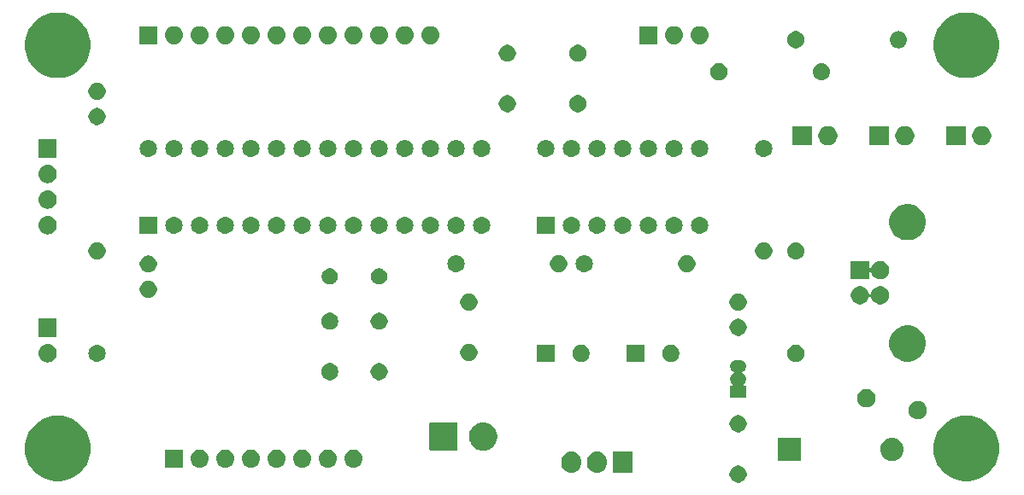
<source format=gbr>
G04 #@! TF.GenerationSoftware,KiCad,Pcbnew,(5.1.2)-2*
G04 #@! TF.CreationDate,2019-12-12T02:46:19+03:00*
G04 #@! TF.ProjectId,uController One,75436f6e-7472-46f6-9c6c-6572204f6e65,1*
G04 #@! TF.SameCoordinates,Original*
G04 #@! TF.FileFunction,Soldermask,Bot*
G04 #@! TF.FilePolarity,Negative*
%FSLAX46Y46*%
G04 Gerber Fmt 4.6, Leading zero omitted, Abs format (unit mm)*
G04 Created by KiCad (PCBNEW (5.1.2)-2) date 2019-12-12 02:46:19*
%MOMM*%
%LPD*%
G04 APERTURE LIST*
%ADD10C,0.100000*%
G04 APERTURE END LIST*
D10*
G36*
X112643228Y-86731703D02*
G01*
X112798100Y-86795853D01*
X112937481Y-86888985D01*
X113056015Y-87007519D01*
X113149147Y-87146900D01*
X113213297Y-87301772D01*
X113246000Y-87466184D01*
X113246000Y-87633816D01*
X113213297Y-87798228D01*
X113149147Y-87953100D01*
X113056015Y-88092481D01*
X112937481Y-88211015D01*
X112798100Y-88304147D01*
X112643228Y-88368297D01*
X112478816Y-88401000D01*
X112311184Y-88401000D01*
X112146772Y-88368297D01*
X111991900Y-88304147D01*
X111852519Y-88211015D01*
X111733985Y-88092481D01*
X111640853Y-87953100D01*
X111576703Y-87798228D01*
X111544000Y-87633816D01*
X111544000Y-87466184D01*
X111576703Y-87301772D01*
X111640853Y-87146900D01*
X111733985Y-87007519D01*
X111852519Y-86888985D01*
X111991900Y-86795853D01*
X112146772Y-86731703D01*
X112311184Y-86699000D01*
X112478816Y-86699000D01*
X112643228Y-86731703D01*
X112643228Y-86731703D01*
G37*
G36*
X135513945Y-81787539D02*
G01*
X135948282Y-81873934D01*
X136539926Y-82119001D01*
X136829523Y-82312504D01*
X137069482Y-82472839D01*
X137072392Y-82474784D01*
X137525216Y-82927608D01*
X137880999Y-83460074D01*
X138126066Y-84051718D01*
X138161261Y-84228656D01*
X138251000Y-84679803D01*
X138251000Y-85320197D01*
X138220390Y-85474083D01*
X138126066Y-85948282D01*
X137880999Y-86539926D01*
X137525216Y-87072392D01*
X137072392Y-87525216D01*
X136539926Y-87880999D01*
X135948282Y-88126066D01*
X135634239Y-88188533D01*
X135320197Y-88251000D01*
X134679803Y-88251000D01*
X134365761Y-88188533D01*
X134051718Y-88126066D01*
X133460074Y-87880999D01*
X132927608Y-87525216D01*
X132474784Y-87072392D01*
X132119001Y-86539926D01*
X131873934Y-85948282D01*
X131779610Y-85474083D01*
X131749000Y-85320197D01*
X131749000Y-84679803D01*
X131838739Y-84228656D01*
X131873934Y-84051718D01*
X132119001Y-83460074D01*
X132474784Y-82927608D01*
X132927608Y-82474784D01*
X132930519Y-82472839D01*
X133170477Y-82312504D01*
X133460074Y-82119001D01*
X134051718Y-81873934D01*
X134486055Y-81787539D01*
X134679803Y-81749000D01*
X135320197Y-81749000D01*
X135513945Y-81787539D01*
X135513945Y-81787539D01*
G37*
G36*
X45513945Y-81787539D02*
G01*
X45948282Y-81873934D01*
X46539926Y-82119001D01*
X46829523Y-82312504D01*
X47069482Y-82472839D01*
X47072392Y-82474784D01*
X47525216Y-82927608D01*
X47880999Y-83460074D01*
X48126066Y-84051718D01*
X48161261Y-84228656D01*
X48251000Y-84679803D01*
X48251000Y-85320197D01*
X48220390Y-85474083D01*
X48126066Y-85948282D01*
X47880999Y-86539926D01*
X47525216Y-87072392D01*
X47072392Y-87525216D01*
X46539926Y-87880999D01*
X45948282Y-88126066D01*
X45634239Y-88188533D01*
X45320197Y-88251000D01*
X44679803Y-88251000D01*
X44365761Y-88188533D01*
X44051718Y-88126066D01*
X43460074Y-87880999D01*
X42927608Y-87525216D01*
X42474784Y-87072392D01*
X42119001Y-86539926D01*
X41873934Y-85948282D01*
X41779610Y-85474083D01*
X41749000Y-85320197D01*
X41749000Y-84679803D01*
X41838739Y-84228656D01*
X41873934Y-84051718D01*
X42119001Y-83460074D01*
X42474784Y-82927608D01*
X42927608Y-82474784D01*
X42930519Y-82472839D01*
X43170477Y-82312504D01*
X43460074Y-82119001D01*
X44051718Y-81873934D01*
X44486055Y-81787539D01*
X44679803Y-81749000D01*
X45320197Y-81749000D01*
X45513945Y-81787539D01*
X45513945Y-81787539D01*
G37*
G36*
X98616720Y-85323520D02*
G01*
X98805881Y-85380901D01*
X98980212Y-85474083D01*
X99133015Y-85599485D01*
X99258417Y-85752288D01*
X99296414Y-85823375D01*
X99351598Y-85926617D01*
X99351599Y-85926620D01*
X99408980Y-86115781D01*
X99423500Y-86263207D01*
X99423500Y-86456794D01*
X99408980Y-86604220D01*
X99351599Y-86793381D01*
X99258417Y-86967712D01*
X99133015Y-87120515D01*
X98980212Y-87245917D01*
X98938059Y-87268448D01*
X98805883Y-87339098D01*
X98805880Y-87339099D01*
X98616719Y-87396480D01*
X98420000Y-87415855D01*
X98223280Y-87396480D01*
X98034119Y-87339099D01*
X97859788Y-87245917D01*
X97706985Y-87120515D01*
X97581583Y-86967712D01*
X97537818Y-86885833D01*
X97488402Y-86793383D01*
X97469692Y-86731703D01*
X97431020Y-86604219D01*
X97416500Y-86456793D01*
X97416500Y-86263206D01*
X97431020Y-86115780D01*
X97488401Y-85926619D01*
X97581583Y-85752288D01*
X97706985Y-85599485D01*
X97859788Y-85474083D01*
X98034120Y-85380901D01*
X98223281Y-85323520D01*
X98420000Y-85304145D01*
X98616720Y-85323520D01*
X98616720Y-85323520D01*
G37*
G36*
X96076720Y-85323520D02*
G01*
X96265881Y-85380901D01*
X96440212Y-85474083D01*
X96593015Y-85599485D01*
X96718417Y-85752288D01*
X96756414Y-85823375D01*
X96811598Y-85926617D01*
X96811599Y-85926620D01*
X96868980Y-86115781D01*
X96883500Y-86263207D01*
X96883500Y-86456794D01*
X96868980Y-86604220D01*
X96811599Y-86793381D01*
X96718417Y-86967712D01*
X96593015Y-87120515D01*
X96440212Y-87245917D01*
X96398059Y-87268448D01*
X96265883Y-87339098D01*
X96265880Y-87339099D01*
X96076719Y-87396480D01*
X95880000Y-87415855D01*
X95683280Y-87396480D01*
X95494119Y-87339099D01*
X95319788Y-87245917D01*
X95166985Y-87120515D01*
X95041583Y-86967712D01*
X94997818Y-86885833D01*
X94948402Y-86793383D01*
X94929692Y-86731703D01*
X94891020Y-86604219D01*
X94876500Y-86456793D01*
X94876500Y-86263206D01*
X94891020Y-86115780D01*
X94948401Y-85926619D01*
X95041583Y-85752288D01*
X95166985Y-85599485D01*
X95319788Y-85474083D01*
X95494120Y-85380901D01*
X95683281Y-85323520D01*
X95880000Y-85304145D01*
X96076720Y-85323520D01*
X96076720Y-85323520D01*
G37*
G36*
X101963500Y-87411000D02*
G01*
X99956500Y-87411000D01*
X99956500Y-85309000D01*
X101963500Y-85309000D01*
X101963500Y-87411000D01*
X101963500Y-87411000D01*
G37*
G36*
X57411000Y-86901000D02*
G01*
X55609000Y-86901000D01*
X55609000Y-85099000D01*
X57411000Y-85099000D01*
X57411000Y-86901000D01*
X57411000Y-86901000D01*
G37*
G36*
X59160443Y-85105519D02*
G01*
X59226627Y-85112037D01*
X59396466Y-85163557D01*
X59552991Y-85247222D01*
X59588729Y-85276552D01*
X59690186Y-85359814D01*
X59765019Y-85451000D01*
X59802778Y-85497009D01*
X59886443Y-85653534D01*
X59937963Y-85823373D01*
X59955359Y-86000000D01*
X59937963Y-86176627D01*
X59886443Y-86346466D01*
X59886442Y-86346468D01*
X59852718Y-86409560D01*
X59802778Y-86502991D01*
X59773448Y-86538729D01*
X59690186Y-86640186D01*
X59588729Y-86723448D01*
X59552991Y-86752778D01*
X59396466Y-86836443D01*
X59226627Y-86887963D01*
X59160442Y-86894482D01*
X59094260Y-86901000D01*
X59005740Y-86901000D01*
X58939558Y-86894482D01*
X58873373Y-86887963D01*
X58703534Y-86836443D01*
X58547009Y-86752778D01*
X58511271Y-86723448D01*
X58409814Y-86640186D01*
X58326552Y-86538729D01*
X58297222Y-86502991D01*
X58247282Y-86409560D01*
X58213558Y-86346468D01*
X58213557Y-86346466D01*
X58162037Y-86176627D01*
X58144641Y-86000000D01*
X58162037Y-85823373D01*
X58213557Y-85653534D01*
X58297222Y-85497009D01*
X58334981Y-85451000D01*
X58409814Y-85359814D01*
X58511271Y-85276552D01*
X58547009Y-85247222D01*
X58703534Y-85163557D01*
X58873373Y-85112037D01*
X58939557Y-85105519D01*
X59005740Y-85099000D01*
X59094260Y-85099000D01*
X59160443Y-85105519D01*
X59160443Y-85105519D01*
G37*
G36*
X61700443Y-85105519D02*
G01*
X61766627Y-85112037D01*
X61936466Y-85163557D01*
X62092991Y-85247222D01*
X62128729Y-85276552D01*
X62230186Y-85359814D01*
X62305019Y-85451000D01*
X62342778Y-85497009D01*
X62426443Y-85653534D01*
X62477963Y-85823373D01*
X62495359Y-86000000D01*
X62477963Y-86176627D01*
X62426443Y-86346466D01*
X62426442Y-86346468D01*
X62392718Y-86409560D01*
X62342778Y-86502991D01*
X62313448Y-86538729D01*
X62230186Y-86640186D01*
X62128729Y-86723448D01*
X62092991Y-86752778D01*
X61936466Y-86836443D01*
X61766627Y-86887963D01*
X61700442Y-86894482D01*
X61634260Y-86901000D01*
X61545740Y-86901000D01*
X61479558Y-86894482D01*
X61413373Y-86887963D01*
X61243534Y-86836443D01*
X61087009Y-86752778D01*
X61051271Y-86723448D01*
X60949814Y-86640186D01*
X60866552Y-86538729D01*
X60837222Y-86502991D01*
X60787282Y-86409560D01*
X60753558Y-86346468D01*
X60753557Y-86346466D01*
X60702037Y-86176627D01*
X60684641Y-86000000D01*
X60702037Y-85823373D01*
X60753557Y-85653534D01*
X60837222Y-85497009D01*
X60874981Y-85451000D01*
X60949814Y-85359814D01*
X61051271Y-85276552D01*
X61087009Y-85247222D01*
X61243534Y-85163557D01*
X61413373Y-85112037D01*
X61479557Y-85105519D01*
X61545740Y-85099000D01*
X61634260Y-85099000D01*
X61700443Y-85105519D01*
X61700443Y-85105519D01*
G37*
G36*
X64240443Y-85105519D02*
G01*
X64306627Y-85112037D01*
X64476466Y-85163557D01*
X64632991Y-85247222D01*
X64668729Y-85276552D01*
X64770186Y-85359814D01*
X64845019Y-85451000D01*
X64882778Y-85497009D01*
X64966443Y-85653534D01*
X65017963Y-85823373D01*
X65035359Y-86000000D01*
X65017963Y-86176627D01*
X64966443Y-86346466D01*
X64966442Y-86346468D01*
X64932718Y-86409560D01*
X64882778Y-86502991D01*
X64853448Y-86538729D01*
X64770186Y-86640186D01*
X64668729Y-86723448D01*
X64632991Y-86752778D01*
X64476466Y-86836443D01*
X64306627Y-86887963D01*
X64240442Y-86894482D01*
X64174260Y-86901000D01*
X64085740Y-86901000D01*
X64019558Y-86894482D01*
X63953373Y-86887963D01*
X63783534Y-86836443D01*
X63627009Y-86752778D01*
X63591271Y-86723448D01*
X63489814Y-86640186D01*
X63406552Y-86538729D01*
X63377222Y-86502991D01*
X63327282Y-86409560D01*
X63293558Y-86346468D01*
X63293557Y-86346466D01*
X63242037Y-86176627D01*
X63224641Y-86000000D01*
X63242037Y-85823373D01*
X63293557Y-85653534D01*
X63377222Y-85497009D01*
X63414981Y-85451000D01*
X63489814Y-85359814D01*
X63591271Y-85276552D01*
X63627009Y-85247222D01*
X63783534Y-85163557D01*
X63953373Y-85112037D01*
X64019557Y-85105519D01*
X64085740Y-85099000D01*
X64174260Y-85099000D01*
X64240443Y-85105519D01*
X64240443Y-85105519D01*
G37*
G36*
X66780443Y-85105519D02*
G01*
X66846627Y-85112037D01*
X67016466Y-85163557D01*
X67172991Y-85247222D01*
X67208729Y-85276552D01*
X67310186Y-85359814D01*
X67385019Y-85451000D01*
X67422778Y-85497009D01*
X67506443Y-85653534D01*
X67557963Y-85823373D01*
X67575359Y-86000000D01*
X67557963Y-86176627D01*
X67506443Y-86346466D01*
X67506442Y-86346468D01*
X67472718Y-86409560D01*
X67422778Y-86502991D01*
X67393448Y-86538729D01*
X67310186Y-86640186D01*
X67208729Y-86723448D01*
X67172991Y-86752778D01*
X67016466Y-86836443D01*
X66846627Y-86887963D01*
X66780442Y-86894482D01*
X66714260Y-86901000D01*
X66625740Y-86901000D01*
X66559558Y-86894482D01*
X66493373Y-86887963D01*
X66323534Y-86836443D01*
X66167009Y-86752778D01*
X66131271Y-86723448D01*
X66029814Y-86640186D01*
X65946552Y-86538729D01*
X65917222Y-86502991D01*
X65867282Y-86409560D01*
X65833558Y-86346468D01*
X65833557Y-86346466D01*
X65782037Y-86176627D01*
X65764641Y-86000000D01*
X65782037Y-85823373D01*
X65833557Y-85653534D01*
X65917222Y-85497009D01*
X65954981Y-85451000D01*
X66029814Y-85359814D01*
X66131271Y-85276552D01*
X66167009Y-85247222D01*
X66323534Y-85163557D01*
X66493373Y-85112037D01*
X66559557Y-85105519D01*
X66625740Y-85099000D01*
X66714260Y-85099000D01*
X66780443Y-85105519D01*
X66780443Y-85105519D01*
G37*
G36*
X71860443Y-85105519D02*
G01*
X71926627Y-85112037D01*
X72096466Y-85163557D01*
X72252991Y-85247222D01*
X72288729Y-85276552D01*
X72390186Y-85359814D01*
X72465019Y-85451000D01*
X72502778Y-85497009D01*
X72586443Y-85653534D01*
X72637963Y-85823373D01*
X72655359Y-86000000D01*
X72637963Y-86176627D01*
X72586443Y-86346466D01*
X72586442Y-86346468D01*
X72552718Y-86409560D01*
X72502778Y-86502991D01*
X72473448Y-86538729D01*
X72390186Y-86640186D01*
X72288729Y-86723448D01*
X72252991Y-86752778D01*
X72096466Y-86836443D01*
X71926627Y-86887963D01*
X71860442Y-86894482D01*
X71794260Y-86901000D01*
X71705740Y-86901000D01*
X71639558Y-86894482D01*
X71573373Y-86887963D01*
X71403534Y-86836443D01*
X71247009Y-86752778D01*
X71211271Y-86723448D01*
X71109814Y-86640186D01*
X71026552Y-86538729D01*
X70997222Y-86502991D01*
X70947282Y-86409560D01*
X70913558Y-86346468D01*
X70913557Y-86346466D01*
X70862037Y-86176627D01*
X70844641Y-86000000D01*
X70862037Y-85823373D01*
X70913557Y-85653534D01*
X70997222Y-85497009D01*
X71034981Y-85451000D01*
X71109814Y-85359814D01*
X71211271Y-85276552D01*
X71247009Y-85247222D01*
X71403534Y-85163557D01*
X71573373Y-85112037D01*
X71639557Y-85105519D01*
X71705740Y-85099000D01*
X71794260Y-85099000D01*
X71860443Y-85105519D01*
X71860443Y-85105519D01*
G37*
G36*
X74400443Y-85105519D02*
G01*
X74466627Y-85112037D01*
X74636466Y-85163557D01*
X74792991Y-85247222D01*
X74828729Y-85276552D01*
X74930186Y-85359814D01*
X75005019Y-85451000D01*
X75042778Y-85497009D01*
X75126443Y-85653534D01*
X75177963Y-85823373D01*
X75195359Y-86000000D01*
X75177963Y-86176627D01*
X75126443Y-86346466D01*
X75126442Y-86346468D01*
X75092718Y-86409560D01*
X75042778Y-86502991D01*
X75013448Y-86538729D01*
X74930186Y-86640186D01*
X74828729Y-86723448D01*
X74792991Y-86752778D01*
X74636466Y-86836443D01*
X74466627Y-86887963D01*
X74400442Y-86894482D01*
X74334260Y-86901000D01*
X74245740Y-86901000D01*
X74179558Y-86894482D01*
X74113373Y-86887963D01*
X73943534Y-86836443D01*
X73787009Y-86752778D01*
X73751271Y-86723448D01*
X73649814Y-86640186D01*
X73566552Y-86538729D01*
X73537222Y-86502991D01*
X73487282Y-86409560D01*
X73453558Y-86346468D01*
X73453557Y-86346466D01*
X73402037Y-86176627D01*
X73384641Y-86000000D01*
X73402037Y-85823373D01*
X73453557Y-85653534D01*
X73537222Y-85497009D01*
X73574981Y-85451000D01*
X73649814Y-85359814D01*
X73751271Y-85276552D01*
X73787009Y-85247222D01*
X73943534Y-85163557D01*
X74113373Y-85112037D01*
X74179557Y-85105519D01*
X74245740Y-85099000D01*
X74334260Y-85099000D01*
X74400443Y-85105519D01*
X74400443Y-85105519D01*
G37*
G36*
X69320443Y-85105519D02*
G01*
X69386627Y-85112037D01*
X69556466Y-85163557D01*
X69712991Y-85247222D01*
X69748729Y-85276552D01*
X69850186Y-85359814D01*
X69925019Y-85451000D01*
X69962778Y-85497009D01*
X70046443Y-85653534D01*
X70097963Y-85823373D01*
X70115359Y-86000000D01*
X70097963Y-86176627D01*
X70046443Y-86346466D01*
X70046442Y-86346468D01*
X70012718Y-86409560D01*
X69962778Y-86502991D01*
X69933448Y-86538729D01*
X69850186Y-86640186D01*
X69748729Y-86723448D01*
X69712991Y-86752778D01*
X69556466Y-86836443D01*
X69386627Y-86887963D01*
X69320442Y-86894482D01*
X69254260Y-86901000D01*
X69165740Y-86901000D01*
X69099558Y-86894482D01*
X69033373Y-86887963D01*
X68863534Y-86836443D01*
X68707009Y-86752778D01*
X68671271Y-86723448D01*
X68569814Y-86640186D01*
X68486552Y-86538729D01*
X68457222Y-86502991D01*
X68407282Y-86409560D01*
X68373558Y-86346468D01*
X68373557Y-86346466D01*
X68322037Y-86176627D01*
X68304641Y-86000000D01*
X68322037Y-85823373D01*
X68373557Y-85653534D01*
X68457222Y-85497009D01*
X68494981Y-85451000D01*
X68569814Y-85359814D01*
X68671271Y-85276552D01*
X68707009Y-85247222D01*
X68863534Y-85163557D01*
X69033373Y-85112037D01*
X69099557Y-85105519D01*
X69165740Y-85099000D01*
X69254260Y-85099000D01*
X69320443Y-85105519D01*
X69320443Y-85105519D01*
G37*
G36*
X118626000Y-86241000D02*
G01*
X116324000Y-86241000D01*
X116324000Y-83939000D01*
X118626000Y-83939000D01*
X118626000Y-86241000D01*
X118626000Y-86241000D01*
G37*
G36*
X127804271Y-83950103D02*
G01*
X127860635Y-83955654D01*
X128077600Y-84021470D01*
X128077602Y-84021471D01*
X128277555Y-84128347D01*
X128452818Y-84272182D01*
X128596653Y-84447445D01*
X128678370Y-84600329D01*
X128703530Y-84647400D01*
X128769346Y-84864365D01*
X128791569Y-85090000D01*
X128769346Y-85315635D01*
X128714326Y-85497011D01*
X128703529Y-85532602D01*
X128596653Y-85732555D01*
X128452818Y-85907818D01*
X128277555Y-86051653D01*
X128077602Y-86158529D01*
X128077600Y-86158530D01*
X127860635Y-86224346D01*
X127804271Y-86229897D01*
X127691545Y-86241000D01*
X127578455Y-86241000D01*
X127465729Y-86229897D01*
X127409365Y-86224346D01*
X127192400Y-86158530D01*
X127192398Y-86158529D01*
X126992445Y-86051653D01*
X126817182Y-85907818D01*
X126673347Y-85732555D01*
X126566471Y-85532602D01*
X126555675Y-85497011D01*
X126500654Y-85315635D01*
X126478431Y-85090000D01*
X126500654Y-84864365D01*
X126566470Y-84647400D01*
X126591630Y-84600329D01*
X126673347Y-84447445D01*
X126817182Y-84272182D01*
X126992445Y-84128347D01*
X127192398Y-84021471D01*
X127192400Y-84021470D01*
X127409365Y-83955654D01*
X127465729Y-83950103D01*
X127578455Y-83939000D01*
X127691545Y-83939000D01*
X127804271Y-83950103D01*
X127804271Y-83950103D01*
G37*
G36*
X87419038Y-82446062D02*
G01*
X87553657Y-82472839D01*
X87659097Y-82516514D01*
X87808621Y-82578449D01*
X87882525Y-82627830D01*
X88038086Y-82731772D01*
X88233228Y-82926914D01*
X88281842Y-82999671D01*
X88386551Y-83156379D01*
X88409182Y-83211015D01*
X88487877Y-83401000D01*
X88492161Y-83411344D01*
X88546000Y-83682012D01*
X88546000Y-83957988D01*
X88492161Y-84228656D01*
X88386551Y-84483621D01*
X88386550Y-84483622D01*
X88233228Y-84713086D01*
X88038086Y-84908228D01*
X87967218Y-84955580D01*
X87808621Y-85061551D01*
X87730207Y-85094031D01*
X87553657Y-85167161D01*
X87463433Y-85185107D01*
X87282988Y-85221000D01*
X87007012Y-85221000D01*
X86826567Y-85185107D01*
X86736343Y-85167161D01*
X86559793Y-85094031D01*
X86481379Y-85061551D01*
X86322782Y-84955580D01*
X86251914Y-84908228D01*
X86056772Y-84713086D01*
X85903450Y-84483622D01*
X85903449Y-84483621D01*
X85797839Y-84228656D01*
X85744000Y-83957988D01*
X85744000Y-83682012D01*
X85797839Y-83411344D01*
X85802124Y-83401000D01*
X85880818Y-83211015D01*
X85903449Y-83156379D01*
X86008158Y-82999671D01*
X86056772Y-82926914D01*
X86251914Y-82731772D01*
X86407475Y-82627830D01*
X86481379Y-82578449D01*
X86630903Y-82516514D01*
X86736343Y-82472839D01*
X86870962Y-82446062D01*
X87007012Y-82419000D01*
X87282988Y-82419000D01*
X87419038Y-82446062D01*
X87419038Y-82446062D01*
G37*
G36*
X84459031Y-82422621D02*
G01*
X84488486Y-82431556D01*
X84515623Y-82446062D01*
X84539414Y-82465586D01*
X84558938Y-82489377D01*
X84573444Y-82516514D01*
X84582379Y-82545969D01*
X84586000Y-82582734D01*
X84586000Y-85057266D01*
X84582379Y-85094031D01*
X84573444Y-85123486D01*
X84558938Y-85150623D01*
X84539414Y-85174414D01*
X84515623Y-85193938D01*
X84488486Y-85208444D01*
X84459031Y-85217379D01*
X84422266Y-85221000D01*
X81947734Y-85221000D01*
X81910969Y-85217379D01*
X81881514Y-85208444D01*
X81854377Y-85193938D01*
X81830586Y-85174414D01*
X81811062Y-85150623D01*
X81796556Y-85123486D01*
X81787621Y-85094031D01*
X81784000Y-85057266D01*
X81784000Y-82582734D01*
X81787621Y-82545969D01*
X81796556Y-82516514D01*
X81811062Y-82489377D01*
X81830586Y-82465586D01*
X81854377Y-82446062D01*
X81881514Y-82431556D01*
X81910969Y-82422621D01*
X81947734Y-82419000D01*
X84422266Y-82419000D01*
X84459031Y-82422621D01*
X84459031Y-82422621D01*
G37*
G36*
X112643228Y-81731703D02*
G01*
X112798100Y-81795853D01*
X112937481Y-81888985D01*
X113056015Y-82007519D01*
X113149147Y-82146900D01*
X113213297Y-82301772D01*
X113246000Y-82466184D01*
X113246000Y-82633816D01*
X113213297Y-82798228D01*
X113149147Y-82953100D01*
X113056015Y-83092481D01*
X112937481Y-83211015D01*
X112798100Y-83304147D01*
X112643228Y-83368297D01*
X112478816Y-83401000D01*
X112311184Y-83401000D01*
X112146772Y-83368297D01*
X111991900Y-83304147D01*
X111852519Y-83211015D01*
X111733985Y-83092481D01*
X111640853Y-82953100D01*
X111576703Y-82798228D01*
X111544000Y-82633816D01*
X111544000Y-82466184D01*
X111576703Y-82301772D01*
X111640853Y-82146900D01*
X111733985Y-82007519D01*
X111852519Y-81888985D01*
X111991900Y-81795853D01*
X112146772Y-81731703D01*
X112311184Y-81699000D01*
X112478816Y-81699000D01*
X112643228Y-81731703D01*
X112643228Y-81731703D01*
G37*
G36*
X130459270Y-80338816D02*
G01*
X130624153Y-80407113D01*
X130772539Y-80506261D01*
X130898739Y-80632461D01*
X130997887Y-80780847D01*
X131066184Y-80945730D01*
X131101000Y-81120765D01*
X131101000Y-81299235D01*
X131066184Y-81474270D01*
X130997887Y-81639153D01*
X130898739Y-81787539D01*
X130772539Y-81913739D01*
X130624153Y-82012887D01*
X130459270Y-82081184D01*
X130284235Y-82116000D01*
X130105765Y-82116000D01*
X129930730Y-82081184D01*
X129765847Y-82012887D01*
X129617461Y-81913739D01*
X129491261Y-81787539D01*
X129392113Y-81639153D01*
X129323816Y-81474270D01*
X129289000Y-81299235D01*
X129289000Y-81120765D01*
X129323816Y-80945730D01*
X129392113Y-80780847D01*
X129491261Y-80632461D01*
X129617461Y-80506261D01*
X129765847Y-80407113D01*
X129930730Y-80338816D01*
X130105765Y-80304000D01*
X130284235Y-80304000D01*
X130459270Y-80338816D01*
X130459270Y-80338816D01*
G37*
G36*
X125359270Y-79138816D02*
G01*
X125524153Y-79207113D01*
X125672539Y-79306261D01*
X125798739Y-79432461D01*
X125897887Y-79580847D01*
X125966184Y-79745730D01*
X126001000Y-79920765D01*
X126001000Y-80099235D01*
X125966184Y-80274270D01*
X125897887Y-80439153D01*
X125798739Y-80587539D01*
X125672539Y-80713739D01*
X125524153Y-80812887D01*
X125359270Y-80881184D01*
X125184235Y-80916000D01*
X125005765Y-80916000D01*
X124830730Y-80881184D01*
X124665847Y-80812887D01*
X124517461Y-80713739D01*
X124391261Y-80587539D01*
X124292113Y-80439153D01*
X124223816Y-80274270D01*
X124189000Y-80099235D01*
X124189000Y-79920765D01*
X124223816Y-79745730D01*
X124292113Y-79580847D01*
X124391261Y-79432461D01*
X124517461Y-79306261D01*
X124665847Y-79207113D01*
X124830730Y-79138816D01*
X125005765Y-79104000D01*
X125184235Y-79104000D01*
X125359270Y-79138816D01*
X125359270Y-79138816D01*
G37*
G36*
X112732916Y-76267334D02*
G01*
X112841492Y-76300271D01*
X112841495Y-76300272D01*
X112876807Y-76319147D01*
X112941557Y-76353756D01*
X113029264Y-76425736D01*
X113101244Y-76513443D01*
X113135429Y-76577399D01*
X113154728Y-76613505D01*
X113154729Y-76613508D01*
X113187666Y-76722084D01*
X113198787Y-76835000D01*
X113187666Y-76947916D01*
X113154729Y-77056492D01*
X113154728Y-77056495D01*
X113135429Y-77092601D01*
X113101244Y-77156557D01*
X113029264Y-77244264D01*
X112941557Y-77316244D01*
X112860141Y-77359761D01*
X112839766Y-77373375D01*
X112822439Y-77390702D01*
X112808826Y-77411076D01*
X112799448Y-77433715D01*
X112794668Y-77457748D01*
X112794668Y-77482252D01*
X112799448Y-77506285D01*
X112808826Y-77528924D01*
X112822440Y-77549299D01*
X112839767Y-77566626D01*
X112860141Y-77580239D01*
X112941557Y-77623756D01*
X113029264Y-77695736D01*
X113101244Y-77783443D01*
X113135429Y-77847399D01*
X113154728Y-77883505D01*
X113154729Y-77883508D01*
X113187666Y-77992084D01*
X113198787Y-78105000D01*
X113187666Y-78217916D01*
X113154729Y-78326492D01*
X113154728Y-78326495D01*
X113135429Y-78362601D01*
X113101244Y-78426557D01*
X113029264Y-78514264D01*
X112952354Y-78577383D01*
X112935035Y-78594702D01*
X112921421Y-78615077D01*
X112912043Y-78637716D01*
X112907263Y-78661749D01*
X112907263Y-78686253D01*
X112912043Y-78710286D01*
X112921421Y-78732925D01*
X112935034Y-78753299D01*
X112952361Y-78770626D01*
X112972736Y-78784240D01*
X112995375Y-78793618D01*
X113019408Y-78798398D01*
X113031660Y-78799000D01*
X113196000Y-78799000D01*
X113196000Y-79951000D01*
X111594000Y-79951000D01*
X111594000Y-78799000D01*
X111758340Y-78799000D01*
X111782726Y-78796598D01*
X111806175Y-78789485D01*
X111827786Y-78777934D01*
X111846728Y-78762389D01*
X111862273Y-78743447D01*
X111873824Y-78721836D01*
X111880937Y-78698387D01*
X111883339Y-78674001D01*
X111880937Y-78649615D01*
X111873824Y-78626166D01*
X111862273Y-78604555D01*
X111846728Y-78585613D01*
X111837655Y-78577391D01*
X111760736Y-78514264D01*
X111688756Y-78426557D01*
X111654571Y-78362601D01*
X111635272Y-78326495D01*
X111635271Y-78326492D01*
X111602334Y-78217916D01*
X111591213Y-78105000D01*
X111602334Y-77992084D01*
X111635271Y-77883508D01*
X111635272Y-77883505D01*
X111654571Y-77847399D01*
X111688756Y-77783443D01*
X111760736Y-77695736D01*
X111848443Y-77623756D01*
X111929859Y-77580239D01*
X111950234Y-77566625D01*
X111967561Y-77549298D01*
X111981174Y-77528924D01*
X111990552Y-77506285D01*
X111995332Y-77482252D01*
X111995332Y-77457748D01*
X111990552Y-77433715D01*
X111981174Y-77411076D01*
X111967560Y-77390701D01*
X111950233Y-77373374D01*
X111929859Y-77359761D01*
X111848443Y-77316244D01*
X111760736Y-77244264D01*
X111688756Y-77156557D01*
X111654571Y-77092601D01*
X111635272Y-77056495D01*
X111635271Y-77056492D01*
X111602334Y-76947916D01*
X111591213Y-76835000D01*
X111602334Y-76722084D01*
X111635271Y-76613508D01*
X111635272Y-76613505D01*
X111654571Y-76577399D01*
X111688756Y-76513443D01*
X111760736Y-76425736D01*
X111848443Y-76353756D01*
X111913193Y-76319147D01*
X111948505Y-76300272D01*
X111948508Y-76300271D01*
X112057084Y-76267334D01*
X112141702Y-76259000D01*
X112648298Y-76259000D01*
X112732916Y-76267334D01*
X112732916Y-76267334D01*
G37*
G36*
X77078228Y-76566703D02*
G01*
X77233100Y-76630853D01*
X77372481Y-76723985D01*
X77491015Y-76842519D01*
X77584147Y-76981900D01*
X77648297Y-77136772D01*
X77681000Y-77301184D01*
X77681000Y-77468816D01*
X77648297Y-77633228D01*
X77584147Y-77788100D01*
X77491015Y-77927481D01*
X77372481Y-78046015D01*
X77233100Y-78139147D01*
X77078228Y-78203297D01*
X76913816Y-78236000D01*
X76746184Y-78236000D01*
X76581772Y-78203297D01*
X76426900Y-78139147D01*
X76287519Y-78046015D01*
X76168985Y-77927481D01*
X76075853Y-77788100D01*
X76011703Y-77633228D01*
X75979000Y-77468816D01*
X75979000Y-77301184D01*
X76011703Y-77136772D01*
X76075853Y-76981900D01*
X76168985Y-76842519D01*
X76287519Y-76723985D01*
X76426900Y-76630853D01*
X76581772Y-76566703D01*
X76746184Y-76534000D01*
X76913816Y-76534000D01*
X77078228Y-76566703D01*
X77078228Y-76566703D01*
G37*
G36*
X72198228Y-76566703D02*
G01*
X72353100Y-76630853D01*
X72492481Y-76723985D01*
X72611015Y-76842519D01*
X72704147Y-76981900D01*
X72768297Y-77136772D01*
X72801000Y-77301184D01*
X72801000Y-77468816D01*
X72768297Y-77633228D01*
X72704147Y-77788100D01*
X72611015Y-77927481D01*
X72492481Y-78046015D01*
X72353100Y-78139147D01*
X72198228Y-78203297D01*
X72033816Y-78236000D01*
X71866184Y-78236000D01*
X71701772Y-78203297D01*
X71546900Y-78139147D01*
X71407519Y-78046015D01*
X71288985Y-77927481D01*
X71195853Y-77788100D01*
X71131703Y-77633228D01*
X71099000Y-77468816D01*
X71099000Y-77301184D01*
X71131703Y-77136772D01*
X71195853Y-76981900D01*
X71288985Y-76842519D01*
X71407519Y-76723985D01*
X71546900Y-76630853D01*
X71701772Y-76566703D01*
X71866184Y-76534000D01*
X72033816Y-76534000D01*
X72198228Y-76566703D01*
X72198228Y-76566703D01*
G37*
G36*
X44110442Y-74665518D02*
G01*
X44176627Y-74672037D01*
X44346466Y-74723557D01*
X44346468Y-74723558D01*
X44380415Y-74741703D01*
X44502991Y-74807222D01*
X44507415Y-74810853D01*
X44640186Y-74919814D01*
X44720369Y-75017519D01*
X44752778Y-75057009D01*
X44836443Y-75213534D01*
X44887963Y-75383373D01*
X44905359Y-75560000D01*
X44887963Y-75736627D01*
X44836443Y-75906466D01*
X44752778Y-76062991D01*
X44723448Y-76098729D01*
X44640186Y-76200186D01*
X44538729Y-76283448D01*
X44502991Y-76312778D01*
X44346466Y-76396443D01*
X44176627Y-76447963D01*
X44110443Y-76454481D01*
X44044260Y-76461000D01*
X43955740Y-76461000D01*
X43889557Y-76454481D01*
X43823373Y-76447963D01*
X43653534Y-76396443D01*
X43497009Y-76312778D01*
X43461271Y-76283448D01*
X43359814Y-76200186D01*
X43276552Y-76098729D01*
X43247222Y-76062991D01*
X43163557Y-75906466D01*
X43112037Y-75736627D01*
X43094641Y-75560000D01*
X43112037Y-75383373D01*
X43163557Y-75213534D01*
X43247222Y-75057009D01*
X43279631Y-75017519D01*
X43359814Y-74919814D01*
X43492585Y-74810853D01*
X43497009Y-74807222D01*
X43619585Y-74741703D01*
X43653532Y-74723558D01*
X43653534Y-74723557D01*
X43823373Y-74672037D01*
X43889558Y-74665518D01*
X43955740Y-74659000D01*
X44044260Y-74659000D01*
X44110442Y-74665518D01*
X44110442Y-74665518D01*
G37*
G36*
X118358228Y-74746703D02*
G01*
X118513100Y-74810853D01*
X118652481Y-74903985D01*
X118771015Y-75022519D01*
X118864147Y-75161900D01*
X118928297Y-75316772D01*
X118961000Y-75481184D01*
X118961000Y-75648816D01*
X118928297Y-75813228D01*
X118864147Y-75968100D01*
X118771015Y-76107481D01*
X118652481Y-76226015D01*
X118513100Y-76319147D01*
X118358228Y-76383297D01*
X118193816Y-76416000D01*
X118026184Y-76416000D01*
X117861772Y-76383297D01*
X117706900Y-76319147D01*
X117567519Y-76226015D01*
X117448985Y-76107481D01*
X117355853Y-75968100D01*
X117291703Y-75813228D01*
X117259000Y-75648816D01*
X117259000Y-75481184D01*
X117291703Y-75316772D01*
X117355853Y-75161900D01*
X117448985Y-75022519D01*
X117567519Y-74903985D01*
X117706900Y-74810853D01*
X117861772Y-74746703D01*
X118026184Y-74714000D01*
X118193816Y-74714000D01*
X118358228Y-74746703D01*
X118358228Y-74746703D01*
G37*
G36*
X105978228Y-74741703D02*
G01*
X106133100Y-74805853D01*
X106272481Y-74898985D01*
X106391015Y-75017519D01*
X106484147Y-75156900D01*
X106548297Y-75311772D01*
X106581000Y-75476184D01*
X106581000Y-75643816D01*
X106548297Y-75808228D01*
X106484147Y-75963100D01*
X106391015Y-76102481D01*
X106272481Y-76221015D01*
X106133100Y-76314147D01*
X105978228Y-76378297D01*
X105813816Y-76411000D01*
X105646184Y-76411000D01*
X105481772Y-76378297D01*
X105326900Y-76314147D01*
X105187519Y-76221015D01*
X105068985Y-76102481D01*
X104975853Y-75963100D01*
X104911703Y-75808228D01*
X104879000Y-75643816D01*
X104879000Y-75476184D01*
X104911703Y-75311772D01*
X104975853Y-75156900D01*
X105068985Y-75017519D01*
X105187519Y-74898985D01*
X105326900Y-74805853D01*
X105481772Y-74741703D01*
X105646184Y-74709000D01*
X105813816Y-74709000D01*
X105978228Y-74741703D01*
X105978228Y-74741703D01*
G37*
G36*
X103081000Y-76411000D02*
G01*
X101379000Y-76411000D01*
X101379000Y-74709000D01*
X103081000Y-74709000D01*
X103081000Y-76411000D01*
X103081000Y-76411000D01*
G37*
G36*
X94191000Y-76411000D02*
G01*
X92489000Y-76411000D01*
X92489000Y-74709000D01*
X94191000Y-74709000D01*
X94191000Y-76411000D01*
X94191000Y-76411000D01*
G37*
G36*
X97088228Y-74741703D02*
G01*
X97243100Y-74805853D01*
X97382481Y-74898985D01*
X97501015Y-75017519D01*
X97594147Y-75156900D01*
X97658297Y-75311772D01*
X97691000Y-75476184D01*
X97691000Y-75643816D01*
X97658297Y-75808228D01*
X97594147Y-75963100D01*
X97501015Y-76102481D01*
X97382481Y-76221015D01*
X97243100Y-76314147D01*
X97088228Y-76378297D01*
X96923816Y-76411000D01*
X96756184Y-76411000D01*
X96591772Y-76378297D01*
X96436900Y-76314147D01*
X96297519Y-76221015D01*
X96178985Y-76102481D01*
X96085853Y-75963100D01*
X96021703Y-75808228D01*
X95989000Y-75643816D01*
X95989000Y-75476184D01*
X96021703Y-75311772D01*
X96085853Y-75156900D01*
X96178985Y-75017519D01*
X96297519Y-74898985D01*
X96436900Y-74805853D01*
X96591772Y-74741703D01*
X96756184Y-74709000D01*
X96923816Y-74709000D01*
X97088228Y-74741703D01*
X97088228Y-74741703D01*
G37*
G36*
X49056823Y-74721313D02*
G01*
X49217242Y-74769976D01*
X49293717Y-74810853D01*
X49365078Y-74848996D01*
X49494659Y-74955341D01*
X49601004Y-75084922D01*
X49601005Y-75084924D01*
X49680024Y-75232758D01*
X49728687Y-75393177D01*
X49745117Y-75560000D01*
X49728687Y-75726823D01*
X49702476Y-75813228D01*
X49681281Y-75883100D01*
X49680024Y-75887242D01*
X49639477Y-75963100D01*
X49601004Y-76035078D01*
X49494659Y-76164659D01*
X49365078Y-76271004D01*
X49365076Y-76271005D01*
X49217242Y-76350024D01*
X49217239Y-76350025D01*
X49187380Y-76359083D01*
X49056823Y-76398687D01*
X48931804Y-76411000D01*
X48848196Y-76411000D01*
X48723177Y-76398687D01*
X48592620Y-76359083D01*
X48562761Y-76350025D01*
X48562758Y-76350024D01*
X48414924Y-76271005D01*
X48414922Y-76271004D01*
X48285341Y-76164659D01*
X48178996Y-76035078D01*
X48140523Y-75963100D01*
X48099976Y-75887242D01*
X48098720Y-75883100D01*
X48077524Y-75813228D01*
X48051313Y-75726823D01*
X48034883Y-75560000D01*
X48051313Y-75393177D01*
X48099976Y-75232758D01*
X48178995Y-75084924D01*
X48178996Y-75084922D01*
X48285341Y-74955341D01*
X48414922Y-74848996D01*
X48486283Y-74810853D01*
X48562758Y-74769976D01*
X48723177Y-74721313D01*
X48848196Y-74709000D01*
X48931804Y-74709000D01*
X49056823Y-74721313D01*
X49056823Y-74721313D01*
G37*
G36*
X129695331Y-72848211D02*
G01*
X130023092Y-72983974D01*
X130318070Y-73181072D01*
X130568928Y-73431930D01*
X130766026Y-73726908D01*
X130901789Y-74054669D01*
X130971000Y-74402616D01*
X130971000Y-74757384D01*
X130901789Y-75105331D01*
X130766026Y-75433092D01*
X130568928Y-75728070D01*
X130318070Y-75978928D01*
X130023092Y-76176026D01*
X129695331Y-76311789D01*
X129347384Y-76381000D01*
X128992616Y-76381000D01*
X128644669Y-76311789D01*
X128316908Y-76176026D01*
X128021930Y-75978928D01*
X127771072Y-75728070D01*
X127573974Y-75433092D01*
X127438211Y-75105331D01*
X127369000Y-74757384D01*
X127369000Y-74402616D01*
X127438211Y-74054669D01*
X127573974Y-73726908D01*
X127771072Y-73431930D01*
X128021930Y-73181072D01*
X128316908Y-72983974D01*
X128644669Y-72848211D01*
X128992616Y-72779000D01*
X129347384Y-72779000D01*
X129695331Y-72848211D01*
X129695331Y-72848211D01*
G37*
G36*
X85968228Y-74661703D02*
G01*
X86123100Y-74725853D01*
X86262481Y-74818985D01*
X86381015Y-74937519D01*
X86474147Y-75076900D01*
X86538297Y-75231772D01*
X86571000Y-75396184D01*
X86571000Y-75563816D01*
X86538297Y-75728228D01*
X86474147Y-75883100D01*
X86381015Y-76022481D01*
X86262481Y-76141015D01*
X86123100Y-76234147D01*
X85968228Y-76298297D01*
X85803816Y-76331000D01*
X85636184Y-76331000D01*
X85471772Y-76298297D01*
X85316900Y-76234147D01*
X85177519Y-76141015D01*
X85058985Y-76022481D01*
X84965853Y-75883100D01*
X84901703Y-75728228D01*
X84869000Y-75563816D01*
X84869000Y-75396184D01*
X84901703Y-75231772D01*
X84965853Y-75076900D01*
X85058985Y-74937519D01*
X85177519Y-74818985D01*
X85316900Y-74725853D01*
X85471772Y-74661703D01*
X85636184Y-74629000D01*
X85803816Y-74629000D01*
X85968228Y-74661703D01*
X85968228Y-74661703D01*
G37*
G36*
X44901000Y-73921000D02*
G01*
X43099000Y-73921000D01*
X43099000Y-72119000D01*
X44901000Y-72119000D01*
X44901000Y-73921000D01*
X44901000Y-73921000D01*
G37*
G36*
X112643228Y-72161703D02*
G01*
X112798100Y-72225853D01*
X112937481Y-72318985D01*
X113056015Y-72437519D01*
X113149147Y-72576900D01*
X113213297Y-72731772D01*
X113246000Y-72896184D01*
X113246000Y-73063816D01*
X113213297Y-73228228D01*
X113149147Y-73383100D01*
X113056015Y-73522481D01*
X112937481Y-73641015D01*
X112798100Y-73734147D01*
X112643228Y-73798297D01*
X112478816Y-73831000D01*
X112311184Y-73831000D01*
X112146772Y-73798297D01*
X111991900Y-73734147D01*
X111852519Y-73641015D01*
X111733985Y-73522481D01*
X111640853Y-73383100D01*
X111576703Y-73228228D01*
X111544000Y-73063816D01*
X111544000Y-72896184D01*
X111576703Y-72731772D01*
X111640853Y-72576900D01*
X111733985Y-72437519D01*
X111852519Y-72318985D01*
X111991900Y-72225853D01*
X112146772Y-72161703D01*
X112311184Y-72129000D01*
X112478816Y-72129000D01*
X112643228Y-72161703D01*
X112643228Y-72161703D01*
G37*
G36*
X72198228Y-71566703D02*
G01*
X72353100Y-71630853D01*
X72492481Y-71723985D01*
X72611015Y-71842519D01*
X72704147Y-71981900D01*
X72768297Y-72136772D01*
X72801000Y-72301184D01*
X72801000Y-72468816D01*
X72768297Y-72633228D01*
X72704147Y-72788100D01*
X72611015Y-72927481D01*
X72492481Y-73046015D01*
X72353100Y-73139147D01*
X72198228Y-73203297D01*
X72033816Y-73236000D01*
X71866184Y-73236000D01*
X71701772Y-73203297D01*
X71546900Y-73139147D01*
X71407519Y-73046015D01*
X71288985Y-72927481D01*
X71195853Y-72788100D01*
X71131703Y-72633228D01*
X71099000Y-72468816D01*
X71099000Y-72301184D01*
X71131703Y-72136772D01*
X71195853Y-71981900D01*
X71288985Y-71842519D01*
X71407519Y-71723985D01*
X71546900Y-71630853D01*
X71701772Y-71566703D01*
X71866184Y-71534000D01*
X72033816Y-71534000D01*
X72198228Y-71566703D01*
X72198228Y-71566703D01*
G37*
G36*
X77078228Y-71566703D02*
G01*
X77233100Y-71630853D01*
X77372481Y-71723985D01*
X77491015Y-71842519D01*
X77584147Y-71981900D01*
X77648297Y-72136772D01*
X77681000Y-72301184D01*
X77681000Y-72468816D01*
X77648297Y-72633228D01*
X77584147Y-72788100D01*
X77491015Y-72927481D01*
X77372481Y-73046015D01*
X77233100Y-73139147D01*
X77078228Y-73203297D01*
X76913816Y-73236000D01*
X76746184Y-73236000D01*
X76581772Y-73203297D01*
X76426900Y-73139147D01*
X76287519Y-73046015D01*
X76168985Y-72927481D01*
X76075853Y-72788100D01*
X76011703Y-72633228D01*
X75979000Y-72468816D01*
X75979000Y-72301184D01*
X76011703Y-72136772D01*
X76075853Y-71981900D01*
X76168985Y-71842519D01*
X76287519Y-71723985D01*
X76426900Y-71630853D01*
X76581772Y-71566703D01*
X76746184Y-71534000D01*
X76913816Y-71534000D01*
X77078228Y-71566703D01*
X77078228Y-71566703D01*
G37*
G36*
X85968228Y-69661703D02*
G01*
X86123100Y-69725853D01*
X86262481Y-69818985D01*
X86381015Y-69937519D01*
X86474147Y-70076900D01*
X86538297Y-70231772D01*
X86571000Y-70396184D01*
X86571000Y-70563816D01*
X86538297Y-70728228D01*
X86474147Y-70883100D01*
X86381015Y-71022481D01*
X86262481Y-71141015D01*
X86123100Y-71234147D01*
X85968228Y-71298297D01*
X85803816Y-71331000D01*
X85636184Y-71331000D01*
X85471772Y-71298297D01*
X85316900Y-71234147D01*
X85177519Y-71141015D01*
X85058985Y-71022481D01*
X84965853Y-70883100D01*
X84901703Y-70728228D01*
X84869000Y-70563816D01*
X84869000Y-70396184D01*
X84901703Y-70231772D01*
X84965853Y-70076900D01*
X85058985Y-69937519D01*
X85177519Y-69818985D01*
X85316900Y-69725853D01*
X85471772Y-69661703D01*
X85636184Y-69629000D01*
X85803816Y-69629000D01*
X85968228Y-69661703D01*
X85968228Y-69661703D01*
G37*
G36*
X112643228Y-69661703D02*
G01*
X112798100Y-69725853D01*
X112937481Y-69818985D01*
X113056015Y-69937519D01*
X113149147Y-70076900D01*
X113213297Y-70231772D01*
X113246000Y-70396184D01*
X113246000Y-70563816D01*
X113213297Y-70728228D01*
X113149147Y-70883100D01*
X113056015Y-71022481D01*
X112937481Y-71141015D01*
X112798100Y-71234147D01*
X112643228Y-71298297D01*
X112478816Y-71331000D01*
X112311184Y-71331000D01*
X112146772Y-71298297D01*
X111991900Y-71234147D01*
X111852519Y-71141015D01*
X111733985Y-71022481D01*
X111640853Y-70883100D01*
X111576703Y-70728228D01*
X111544000Y-70563816D01*
X111544000Y-70396184D01*
X111576703Y-70231772D01*
X111640853Y-70076900D01*
X111733985Y-69937519D01*
X111852519Y-69818985D01*
X111991900Y-69725853D01*
X112146772Y-69661703D01*
X112311184Y-69629000D01*
X112478816Y-69629000D01*
X112643228Y-69661703D01*
X112643228Y-69661703D01*
G37*
G36*
X124573512Y-68913927D02*
G01*
X124722812Y-68943624D01*
X124886784Y-69011544D01*
X125034354Y-69110147D01*
X125159853Y-69235646D01*
X125258456Y-69383216D01*
X125326376Y-69547188D01*
X125337405Y-69602638D01*
X125344516Y-69626078D01*
X125356067Y-69647689D01*
X125371613Y-69666631D01*
X125390555Y-69682176D01*
X125412165Y-69693727D01*
X125435614Y-69700840D01*
X125460000Y-69703242D01*
X125484387Y-69700840D01*
X125507835Y-69693727D01*
X125529446Y-69682176D01*
X125548388Y-69666630D01*
X125563933Y-69647688D01*
X125575484Y-69626078D01*
X125582595Y-69602638D01*
X125593624Y-69547188D01*
X125661544Y-69383216D01*
X125760147Y-69235646D01*
X125885646Y-69110147D01*
X126033216Y-69011544D01*
X126197188Y-68943624D01*
X126346488Y-68913927D01*
X126371258Y-68909000D01*
X126548742Y-68909000D01*
X126573512Y-68913927D01*
X126722812Y-68943624D01*
X126886784Y-69011544D01*
X127034354Y-69110147D01*
X127159853Y-69235646D01*
X127258456Y-69383216D01*
X127326376Y-69547188D01*
X127361000Y-69721259D01*
X127361000Y-69898741D01*
X127326376Y-70072812D01*
X127258456Y-70236784D01*
X127159853Y-70384354D01*
X127034354Y-70509853D01*
X126886784Y-70608456D01*
X126722812Y-70676376D01*
X126573512Y-70706073D01*
X126548742Y-70711000D01*
X126371258Y-70711000D01*
X126346488Y-70706073D01*
X126197188Y-70676376D01*
X126033216Y-70608456D01*
X125885646Y-70509853D01*
X125760147Y-70384354D01*
X125661544Y-70236784D01*
X125593624Y-70072812D01*
X125582595Y-70017362D01*
X125575484Y-69993922D01*
X125563933Y-69972311D01*
X125548387Y-69953369D01*
X125529445Y-69937824D01*
X125507835Y-69926273D01*
X125484386Y-69919160D01*
X125460000Y-69916758D01*
X125435613Y-69919160D01*
X125412165Y-69926273D01*
X125390554Y-69937824D01*
X125371612Y-69953370D01*
X125356067Y-69972312D01*
X125344516Y-69993922D01*
X125337405Y-70017362D01*
X125326376Y-70072812D01*
X125258456Y-70236784D01*
X125159853Y-70384354D01*
X125034354Y-70509853D01*
X124886784Y-70608456D01*
X124722812Y-70676376D01*
X124573512Y-70706073D01*
X124548742Y-70711000D01*
X124371258Y-70711000D01*
X124346488Y-70706073D01*
X124197188Y-70676376D01*
X124033216Y-70608456D01*
X123885646Y-70509853D01*
X123760147Y-70384354D01*
X123661544Y-70236784D01*
X123593624Y-70072812D01*
X123559000Y-69898741D01*
X123559000Y-69721259D01*
X123593624Y-69547188D01*
X123661544Y-69383216D01*
X123760147Y-69235646D01*
X123885646Y-69110147D01*
X124033216Y-69011544D01*
X124197188Y-68943624D01*
X124346488Y-68913927D01*
X124371258Y-68909000D01*
X124548742Y-68909000D01*
X124573512Y-68913927D01*
X124573512Y-68913927D01*
G37*
G36*
X54218228Y-68391703D02*
G01*
X54373100Y-68455853D01*
X54512481Y-68548985D01*
X54631015Y-68667519D01*
X54724147Y-68806900D01*
X54788297Y-68961772D01*
X54821000Y-69126184D01*
X54821000Y-69293816D01*
X54788297Y-69458228D01*
X54724147Y-69613100D01*
X54631015Y-69752481D01*
X54512481Y-69871015D01*
X54373100Y-69964147D01*
X54218228Y-70028297D01*
X54053816Y-70061000D01*
X53886184Y-70061000D01*
X53721772Y-70028297D01*
X53566900Y-69964147D01*
X53427519Y-69871015D01*
X53308985Y-69752481D01*
X53215853Y-69613100D01*
X53151703Y-69458228D01*
X53119000Y-69293816D01*
X53119000Y-69126184D01*
X53151703Y-68961772D01*
X53215853Y-68806900D01*
X53308985Y-68667519D01*
X53427519Y-68548985D01*
X53566900Y-68455853D01*
X53721772Y-68391703D01*
X53886184Y-68359000D01*
X54053816Y-68359000D01*
X54218228Y-68391703D01*
X54218228Y-68391703D01*
G37*
G36*
X77063642Y-67169781D02*
G01*
X77187920Y-67221259D01*
X77209416Y-67230163D01*
X77340608Y-67317822D01*
X77452178Y-67429392D01*
X77523199Y-67535684D01*
X77539838Y-67560586D01*
X77600219Y-67706358D01*
X77631000Y-67861107D01*
X77631000Y-68018893D01*
X77600219Y-68173642D01*
X77539838Y-68319414D01*
X77539837Y-68319416D01*
X77452178Y-68450608D01*
X77340608Y-68562178D01*
X77209416Y-68649837D01*
X77209415Y-68649838D01*
X77209414Y-68649838D01*
X77063642Y-68710219D01*
X76908893Y-68741000D01*
X76751107Y-68741000D01*
X76596358Y-68710219D01*
X76450586Y-68649838D01*
X76450585Y-68649838D01*
X76450584Y-68649837D01*
X76319392Y-68562178D01*
X76207822Y-68450608D01*
X76120163Y-68319416D01*
X76120162Y-68319414D01*
X76059781Y-68173642D01*
X76029000Y-68018893D01*
X76029000Y-67861107D01*
X76059781Y-67706358D01*
X76120162Y-67560586D01*
X76136801Y-67535684D01*
X76207822Y-67429392D01*
X76319392Y-67317822D01*
X76450584Y-67230163D01*
X76472080Y-67221259D01*
X76596358Y-67169781D01*
X76751107Y-67139000D01*
X76908893Y-67139000D01*
X77063642Y-67169781D01*
X77063642Y-67169781D01*
G37*
G36*
X72183642Y-67169781D02*
G01*
X72307920Y-67221259D01*
X72329416Y-67230163D01*
X72460608Y-67317822D01*
X72572178Y-67429392D01*
X72643199Y-67535684D01*
X72659838Y-67560586D01*
X72720219Y-67706358D01*
X72751000Y-67861107D01*
X72751000Y-68018893D01*
X72720219Y-68173642D01*
X72659838Y-68319414D01*
X72659837Y-68319416D01*
X72572178Y-68450608D01*
X72460608Y-68562178D01*
X72329416Y-68649837D01*
X72329415Y-68649838D01*
X72329414Y-68649838D01*
X72183642Y-68710219D01*
X72028893Y-68741000D01*
X71871107Y-68741000D01*
X71716358Y-68710219D01*
X71570586Y-68649838D01*
X71570585Y-68649838D01*
X71570584Y-68649837D01*
X71439392Y-68562178D01*
X71327822Y-68450608D01*
X71240163Y-68319416D01*
X71240162Y-68319414D01*
X71179781Y-68173642D01*
X71149000Y-68018893D01*
X71149000Y-67861107D01*
X71179781Y-67706358D01*
X71240162Y-67560586D01*
X71256801Y-67535684D01*
X71327822Y-67429392D01*
X71439392Y-67317822D01*
X71570584Y-67230163D01*
X71592080Y-67221259D01*
X71716358Y-67169781D01*
X71871107Y-67139000D01*
X72028893Y-67139000D01*
X72183642Y-67169781D01*
X72183642Y-67169781D01*
G37*
G36*
X125361000Y-66980383D02*
G01*
X125363402Y-67004769D01*
X125370515Y-67028218D01*
X125382066Y-67049829D01*
X125397611Y-67068771D01*
X125416553Y-67084316D01*
X125438164Y-67095867D01*
X125461613Y-67102980D01*
X125485999Y-67105382D01*
X125510385Y-67102980D01*
X125533834Y-67095867D01*
X125555445Y-67084316D01*
X125574387Y-67068771D01*
X125589932Y-67049829D01*
X125601477Y-67028229D01*
X125661544Y-66883216D01*
X125760147Y-66735646D01*
X125885646Y-66610147D01*
X126033216Y-66511544D01*
X126197188Y-66443624D01*
X126346488Y-66413927D01*
X126371258Y-66409000D01*
X126548742Y-66409000D01*
X126573512Y-66413927D01*
X126722812Y-66443624D01*
X126886784Y-66511544D01*
X127034354Y-66610147D01*
X127159853Y-66735646D01*
X127258456Y-66883216D01*
X127326376Y-67047188D01*
X127361000Y-67221259D01*
X127361000Y-67398741D01*
X127326376Y-67572812D01*
X127258456Y-67736784D01*
X127159853Y-67884354D01*
X127034354Y-68009853D01*
X126886784Y-68108456D01*
X126722812Y-68176376D01*
X126573512Y-68206073D01*
X126548742Y-68211000D01*
X126371258Y-68211000D01*
X126346488Y-68206073D01*
X126197188Y-68176376D01*
X126033216Y-68108456D01*
X125885646Y-68009853D01*
X125760147Y-67884354D01*
X125661544Y-67736784D01*
X125601477Y-67591771D01*
X125589932Y-67570171D01*
X125574387Y-67551229D01*
X125555445Y-67535684D01*
X125533834Y-67524133D01*
X125510385Y-67517020D01*
X125485999Y-67514618D01*
X125461613Y-67517020D01*
X125438164Y-67524133D01*
X125416553Y-67535684D01*
X125397611Y-67551229D01*
X125382066Y-67570171D01*
X125370515Y-67591782D01*
X125363402Y-67615231D01*
X125361000Y-67639617D01*
X125361000Y-68211000D01*
X123559000Y-68211000D01*
X123559000Y-66409000D01*
X125361000Y-66409000D01*
X125361000Y-66980383D01*
X125361000Y-66980383D01*
G37*
G36*
X54218228Y-65891703D02*
G01*
X54373100Y-65955853D01*
X54512481Y-66048985D01*
X54631015Y-66167519D01*
X54724147Y-66306900D01*
X54788297Y-66461772D01*
X54821000Y-66626184D01*
X54821000Y-66793816D01*
X54788297Y-66958228D01*
X54724147Y-67113100D01*
X54631015Y-67252481D01*
X54512481Y-67371015D01*
X54373100Y-67464147D01*
X54218228Y-67528297D01*
X54053816Y-67561000D01*
X53886184Y-67561000D01*
X53721772Y-67528297D01*
X53566900Y-67464147D01*
X53427519Y-67371015D01*
X53308985Y-67252481D01*
X53215853Y-67113100D01*
X53151703Y-66958228D01*
X53119000Y-66793816D01*
X53119000Y-66626184D01*
X53151703Y-66461772D01*
X53215853Y-66306900D01*
X53308985Y-66167519D01*
X53427519Y-66048985D01*
X53566900Y-65955853D01*
X53721772Y-65891703D01*
X53886184Y-65859000D01*
X54053816Y-65859000D01*
X54218228Y-65891703D01*
X54218228Y-65891703D01*
G37*
G36*
X94858228Y-65851703D02*
G01*
X95013100Y-65915853D01*
X95152481Y-66008985D01*
X95271015Y-66127519D01*
X95364147Y-66266900D01*
X95428297Y-66421772D01*
X95461000Y-66586184D01*
X95461000Y-66753816D01*
X95428297Y-66918228D01*
X95364147Y-67073100D01*
X95271015Y-67212481D01*
X95152481Y-67331015D01*
X95013100Y-67424147D01*
X94858228Y-67488297D01*
X94693816Y-67521000D01*
X94526184Y-67521000D01*
X94361772Y-67488297D01*
X94206900Y-67424147D01*
X94067519Y-67331015D01*
X93948985Y-67212481D01*
X93855853Y-67073100D01*
X93791703Y-66918228D01*
X93759000Y-66753816D01*
X93759000Y-66586184D01*
X93791703Y-66421772D01*
X93855853Y-66266900D01*
X93948985Y-66127519D01*
X94067519Y-66008985D01*
X94206900Y-65915853D01*
X94361772Y-65851703D01*
X94526184Y-65819000D01*
X94693816Y-65819000D01*
X94858228Y-65851703D01*
X94858228Y-65851703D01*
G37*
G36*
X84616823Y-65831313D02*
G01*
X84777242Y-65879976D01*
X84909906Y-65950886D01*
X84925078Y-65958996D01*
X85054659Y-66065341D01*
X85161004Y-66194922D01*
X85161059Y-66195025D01*
X85240024Y-66342758D01*
X85288687Y-66503177D01*
X85305117Y-66670000D01*
X85288687Y-66836823D01*
X85240024Y-66997242D01*
X85169114Y-67129906D01*
X85161004Y-67145078D01*
X85054659Y-67274659D01*
X84925078Y-67381004D01*
X84925076Y-67381005D01*
X84777242Y-67460024D01*
X84777239Y-67460025D01*
X84763647Y-67464148D01*
X84616823Y-67508687D01*
X84491804Y-67521000D01*
X84408196Y-67521000D01*
X84283177Y-67508687D01*
X84136353Y-67464148D01*
X84122761Y-67460025D01*
X84122758Y-67460024D01*
X83974924Y-67381005D01*
X83974922Y-67381004D01*
X83845341Y-67274659D01*
X83738996Y-67145078D01*
X83730886Y-67129906D01*
X83659976Y-66997242D01*
X83611313Y-66836823D01*
X83594883Y-66670000D01*
X83611313Y-66503177D01*
X83659976Y-66342758D01*
X83738941Y-66195025D01*
X83738996Y-66194922D01*
X83845341Y-66065341D01*
X83974922Y-65958996D01*
X83990094Y-65950886D01*
X84122758Y-65879976D01*
X84283177Y-65831313D01*
X84408196Y-65819000D01*
X84491804Y-65819000D01*
X84616823Y-65831313D01*
X84616823Y-65831313D01*
G37*
G36*
X97316823Y-65831313D02*
G01*
X97477242Y-65879976D01*
X97609906Y-65950886D01*
X97625078Y-65958996D01*
X97754659Y-66065341D01*
X97861004Y-66194922D01*
X97861059Y-66195025D01*
X97940024Y-66342758D01*
X97988687Y-66503177D01*
X98005117Y-66670000D01*
X97988687Y-66836823D01*
X97940024Y-66997242D01*
X97869114Y-67129906D01*
X97861004Y-67145078D01*
X97754659Y-67274659D01*
X97625078Y-67381004D01*
X97625076Y-67381005D01*
X97477242Y-67460024D01*
X97477239Y-67460025D01*
X97463647Y-67464148D01*
X97316823Y-67508687D01*
X97191804Y-67521000D01*
X97108196Y-67521000D01*
X96983177Y-67508687D01*
X96836353Y-67464148D01*
X96822761Y-67460025D01*
X96822758Y-67460024D01*
X96674924Y-67381005D01*
X96674922Y-67381004D01*
X96545341Y-67274659D01*
X96438996Y-67145078D01*
X96430886Y-67129906D01*
X96359976Y-66997242D01*
X96311313Y-66836823D01*
X96294883Y-66670000D01*
X96311313Y-66503177D01*
X96359976Y-66342758D01*
X96438941Y-66195025D01*
X96438996Y-66194922D01*
X96545341Y-66065341D01*
X96674922Y-65958996D01*
X96690094Y-65950886D01*
X96822758Y-65879976D01*
X96983177Y-65831313D01*
X97108196Y-65819000D01*
X97191804Y-65819000D01*
X97316823Y-65831313D01*
X97316823Y-65831313D01*
G37*
G36*
X107558228Y-65851703D02*
G01*
X107713100Y-65915853D01*
X107852481Y-66008985D01*
X107971015Y-66127519D01*
X108064147Y-66266900D01*
X108128297Y-66421772D01*
X108161000Y-66586184D01*
X108161000Y-66753816D01*
X108128297Y-66918228D01*
X108064147Y-67073100D01*
X107971015Y-67212481D01*
X107852481Y-67331015D01*
X107713100Y-67424147D01*
X107558228Y-67488297D01*
X107393816Y-67521000D01*
X107226184Y-67521000D01*
X107061772Y-67488297D01*
X106906900Y-67424147D01*
X106767519Y-67331015D01*
X106648985Y-67212481D01*
X106555853Y-67073100D01*
X106491703Y-66918228D01*
X106459000Y-66753816D01*
X106459000Y-66586184D01*
X106491703Y-66421772D01*
X106555853Y-66266900D01*
X106648985Y-66127519D01*
X106767519Y-66008985D01*
X106906900Y-65915853D01*
X107061772Y-65851703D01*
X107226184Y-65819000D01*
X107393816Y-65819000D01*
X107558228Y-65851703D01*
X107558228Y-65851703D01*
G37*
G36*
X118276823Y-64566313D02*
G01*
X118437242Y-64614976D01*
X118569906Y-64685886D01*
X118585078Y-64693996D01*
X118714659Y-64800341D01*
X118821004Y-64929922D01*
X118821005Y-64929924D01*
X118900024Y-65077758D01*
X118948687Y-65238177D01*
X118965117Y-65405000D01*
X118948687Y-65571823D01*
X118900024Y-65732242D01*
X118853651Y-65819000D01*
X118821004Y-65880078D01*
X118714659Y-66009659D01*
X118585078Y-66116004D01*
X118585076Y-66116005D01*
X118437242Y-66195024D01*
X118276823Y-66243687D01*
X118151804Y-66256000D01*
X118068196Y-66256000D01*
X117943177Y-66243687D01*
X117782758Y-66195024D01*
X117634924Y-66116005D01*
X117634922Y-66116004D01*
X117505341Y-66009659D01*
X117398996Y-65880078D01*
X117366349Y-65819000D01*
X117319976Y-65732242D01*
X117271313Y-65571823D01*
X117254883Y-65405000D01*
X117271313Y-65238177D01*
X117319976Y-65077758D01*
X117398995Y-64929924D01*
X117398996Y-64929922D01*
X117505341Y-64800341D01*
X117634922Y-64693996D01*
X117650094Y-64685886D01*
X117782758Y-64614976D01*
X117943177Y-64566313D01*
X118068196Y-64554000D01*
X118151804Y-64554000D01*
X118276823Y-64566313D01*
X118276823Y-64566313D01*
G37*
G36*
X49138228Y-64581703D02*
G01*
X49293100Y-64645853D01*
X49432481Y-64738985D01*
X49551015Y-64857519D01*
X49644147Y-64996900D01*
X49708297Y-65151772D01*
X49741000Y-65316184D01*
X49741000Y-65483816D01*
X49708297Y-65648228D01*
X49644147Y-65803100D01*
X49551015Y-65942481D01*
X49432481Y-66061015D01*
X49293100Y-66154147D01*
X49138228Y-66218297D01*
X48973816Y-66251000D01*
X48806184Y-66251000D01*
X48641772Y-66218297D01*
X48486900Y-66154147D01*
X48347519Y-66061015D01*
X48228985Y-65942481D01*
X48135853Y-65803100D01*
X48071703Y-65648228D01*
X48039000Y-65483816D01*
X48039000Y-65316184D01*
X48071703Y-65151772D01*
X48135853Y-64996900D01*
X48228985Y-64857519D01*
X48347519Y-64738985D01*
X48486900Y-64645853D01*
X48641772Y-64581703D01*
X48806184Y-64549000D01*
X48973816Y-64549000D01*
X49138228Y-64581703D01*
X49138228Y-64581703D01*
G37*
G36*
X115178228Y-64581703D02*
G01*
X115333100Y-64645853D01*
X115472481Y-64738985D01*
X115591015Y-64857519D01*
X115684147Y-64996900D01*
X115748297Y-65151772D01*
X115781000Y-65316184D01*
X115781000Y-65483816D01*
X115748297Y-65648228D01*
X115684147Y-65803100D01*
X115591015Y-65942481D01*
X115472481Y-66061015D01*
X115333100Y-66154147D01*
X115178228Y-66218297D01*
X115013816Y-66251000D01*
X114846184Y-66251000D01*
X114681772Y-66218297D01*
X114526900Y-66154147D01*
X114387519Y-66061015D01*
X114268985Y-65942481D01*
X114175853Y-65803100D01*
X114111703Y-65648228D01*
X114079000Y-65483816D01*
X114079000Y-65316184D01*
X114111703Y-65151772D01*
X114175853Y-64996900D01*
X114268985Y-64857519D01*
X114387519Y-64738985D01*
X114526900Y-64645853D01*
X114681772Y-64581703D01*
X114846184Y-64549000D01*
X115013816Y-64549000D01*
X115178228Y-64581703D01*
X115178228Y-64581703D01*
G37*
G36*
X129695331Y-60808211D02*
G01*
X130023092Y-60943974D01*
X130318070Y-61141072D01*
X130568928Y-61391930D01*
X130766026Y-61686908D01*
X130901789Y-62014669D01*
X130971000Y-62362616D01*
X130971000Y-62717384D01*
X130901789Y-63065331D01*
X130766026Y-63393092D01*
X130568928Y-63688070D01*
X130318070Y-63938928D01*
X130023092Y-64136026D01*
X129695331Y-64271789D01*
X129347384Y-64341000D01*
X128992616Y-64341000D01*
X128644669Y-64271789D01*
X128316908Y-64136026D01*
X128021930Y-63938928D01*
X127771072Y-63688070D01*
X127573974Y-63393092D01*
X127438211Y-63065331D01*
X127369000Y-62717384D01*
X127369000Y-62362616D01*
X127438211Y-62014669D01*
X127573974Y-61686908D01*
X127771072Y-61391930D01*
X128021930Y-61141072D01*
X128316908Y-60943974D01*
X128644669Y-60808211D01*
X128992616Y-60739000D01*
X129347384Y-60739000D01*
X129695331Y-60808211D01*
X129695331Y-60808211D01*
G37*
G36*
X44110443Y-61965519D02*
G01*
X44176627Y-61972037D01*
X44346466Y-62023557D01*
X44502991Y-62107222D01*
X44538729Y-62136552D01*
X44640186Y-62219814D01*
X44723448Y-62321271D01*
X44752778Y-62357009D01*
X44836443Y-62513534D01*
X44887963Y-62683373D01*
X44905359Y-62860000D01*
X44887963Y-63036627D01*
X44836443Y-63206466D01*
X44752778Y-63362991D01*
X44728074Y-63393093D01*
X44640186Y-63500186D01*
X44538729Y-63583448D01*
X44502991Y-63612778D01*
X44346466Y-63696443D01*
X44176627Y-63747963D01*
X44110443Y-63754481D01*
X44044260Y-63761000D01*
X43955740Y-63761000D01*
X43889557Y-63754481D01*
X43823373Y-63747963D01*
X43653534Y-63696443D01*
X43497009Y-63612778D01*
X43461271Y-63583448D01*
X43359814Y-63500186D01*
X43271926Y-63393093D01*
X43247222Y-63362991D01*
X43163557Y-63206466D01*
X43112037Y-63036627D01*
X43094641Y-62860000D01*
X43112037Y-62683373D01*
X43163557Y-62513534D01*
X43247222Y-62357009D01*
X43276552Y-62321271D01*
X43359814Y-62219814D01*
X43461271Y-62136552D01*
X43497009Y-62107222D01*
X43653534Y-62023557D01*
X43823373Y-61972037D01*
X43889557Y-61965519D01*
X43955740Y-61959000D01*
X44044260Y-61959000D01*
X44110443Y-61965519D01*
X44110443Y-61965519D01*
G37*
G36*
X76996823Y-62021313D02*
G01*
X77157242Y-62069976D01*
X77226922Y-62107221D01*
X77305078Y-62148996D01*
X77434659Y-62255341D01*
X77541004Y-62384922D01*
X77541005Y-62384924D01*
X77620024Y-62532758D01*
X77668687Y-62693177D01*
X77685117Y-62860000D01*
X77668687Y-63026823D01*
X77620024Y-63187242D01*
X77609747Y-63206468D01*
X77541004Y-63335078D01*
X77434659Y-63464659D01*
X77305078Y-63571004D01*
X77305076Y-63571005D01*
X77157242Y-63650024D01*
X76996823Y-63698687D01*
X76871804Y-63711000D01*
X76788196Y-63711000D01*
X76663177Y-63698687D01*
X76502758Y-63650024D01*
X76354924Y-63571005D01*
X76354922Y-63571004D01*
X76225341Y-63464659D01*
X76118996Y-63335078D01*
X76050253Y-63206468D01*
X76039976Y-63187242D01*
X75991313Y-63026823D01*
X75974883Y-62860000D01*
X75991313Y-62693177D01*
X76039976Y-62532758D01*
X76118995Y-62384924D01*
X76118996Y-62384922D01*
X76225341Y-62255341D01*
X76354922Y-62148996D01*
X76433078Y-62107221D01*
X76502758Y-62069976D01*
X76663177Y-62021313D01*
X76788196Y-62009000D01*
X76871804Y-62009000D01*
X76996823Y-62021313D01*
X76996823Y-62021313D01*
G37*
G36*
X74456823Y-62021313D02*
G01*
X74617242Y-62069976D01*
X74686922Y-62107221D01*
X74765078Y-62148996D01*
X74894659Y-62255341D01*
X75001004Y-62384922D01*
X75001005Y-62384924D01*
X75080024Y-62532758D01*
X75128687Y-62693177D01*
X75145117Y-62860000D01*
X75128687Y-63026823D01*
X75080024Y-63187242D01*
X75069747Y-63206468D01*
X75001004Y-63335078D01*
X74894659Y-63464659D01*
X74765078Y-63571004D01*
X74765076Y-63571005D01*
X74617242Y-63650024D01*
X74456823Y-63698687D01*
X74331804Y-63711000D01*
X74248196Y-63711000D01*
X74123177Y-63698687D01*
X73962758Y-63650024D01*
X73814924Y-63571005D01*
X73814922Y-63571004D01*
X73685341Y-63464659D01*
X73578996Y-63335078D01*
X73510253Y-63206468D01*
X73499976Y-63187242D01*
X73451313Y-63026823D01*
X73434883Y-62860000D01*
X73451313Y-62693177D01*
X73499976Y-62532758D01*
X73578995Y-62384924D01*
X73578996Y-62384922D01*
X73685341Y-62255341D01*
X73814922Y-62148996D01*
X73893078Y-62107221D01*
X73962758Y-62069976D01*
X74123177Y-62021313D01*
X74248196Y-62009000D01*
X74331804Y-62009000D01*
X74456823Y-62021313D01*
X74456823Y-62021313D01*
G37*
G36*
X71916823Y-62021313D02*
G01*
X72077242Y-62069976D01*
X72146922Y-62107221D01*
X72225078Y-62148996D01*
X72354659Y-62255341D01*
X72461004Y-62384922D01*
X72461005Y-62384924D01*
X72540024Y-62532758D01*
X72588687Y-62693177D01*
X72605117Y-62860000D01*
X72588687Y-63026823D01*
X72540024Y-63187242D01*
X72529747Y-63206468D01*
X72461004Y-63335078D01*
X72354659Y-63464659D01*
X72225078Y-63571004D01*
X72225076Y-63571005D01*
X72077242Y-63650024D01*
X71916823Y-63698687D01*
X71791804Y-63711000D01*
X71708196Y-63711000D01*
X71583177Y-63698687D01*
X71422758Y-63650024D01*
X71274924Y-63571005D01*
X71274922Y-63571004D01*
X71145341Y-63464659D01*
X71038996Y-63335078D01*
X70970253Y-63206468D01*
X70959976Y-63187242D01*
X70911313Y-63026823D01*
X70894883Y-62860000D01*
X70911313Y-62693177D01*
X70959976Y-62532758D01*
X71038995Y-62384924D01*
X71038996Y-62384922D01*
X71145341Y-62255341D01*
X71274922Y-62148996D01*
X71353078Y-62107221D01*
X71422758Y-62069976D01*
X71583177Y-62021313D01*
X71708196Y-62009000D01*
X71791804Y-62009000D01*
X71916823Y-62021313D01*
X71916823Y-62021313D01*
G37*
G36*
X69376823Y-62021313D02*
G01*
X69537242Y-62069976D01*
X69606922Y-62107221D01*
X69685078Y-62148996D01*
X69814659Y-62255341D01*
X69921004Y-62384922D01*
X69921005Y-62384924D01*
X70000024Y-62532758D01*
X70048687Y-62693177D01*
X70065117Y-62860000D01*
X70048687Y-63026823D01*
X70000024Y-63187242D01*
X69989747Y-63206468D01*
X69921004Y-63335078D01*
X69814659Y-63464659D01*
X69685078Y-63571004D01*
X69685076Y-63571005D01*
X69537242Y-63650024D01*
X69376823Y-63698687D01*
X69251804Y-63711000D01*
X69168196Y-63711000D01*
X69043177Y-63698687D01*
X68882758Y-63650024D01*
X68734924Y-63571005D01*
X68734922Y-63571004D01*
X68605341Y-63464659D01*
X68498996Y-63335078D01*
X68430253Y-63206468D01*
X68419976Y-63187242D01*
X68371313Y-63026823D01*
X68354883Y-62860000D01*
X68371313Y-62693177D01*
X68419976Y-62532758D01*
X68498995Y-62384924D01*
X68498996Y-62384922D01*
X68605341Y-62255341D01*
X68734922Y-62148996D01*
X68813078Y-62107221D01*
X68882758Y-62069976D01*
X69043177Y-62021313D01*
X69168196Y-62009000D01*
X69251804Y-62009000D01*
X69376823Y-62021313D01*
X69376823Y-62021313D01*
G37*
G36*
X66836823Y-62021313D02*
G01*
X66997242Y-62069976D01*
X67066922Y-62107221D01*
X67145078Y-62148996D01*
X67274659Y-62255341D01*
X67381004Y-62384922D01*
X67381005Y-62384924D01*
X67460024Y-62532758D01*
X67508687Y-62693177D01*
X67525117Y-62860000D01*
X67508687Y-63026823D01*
X67460024Y-63187242D01*
X67449747Y-63206468D01*
X67381004Y-63335078D01*
X67274659Y-63464659D01*
X67145078Y-63571004D01*
X67145076Y-63571005D01*
X66997242Y-63650024D01*
X66836823Y-63698687D01*
X66711804Y-63711000D01*
X66628196Y-63711000D01*
X66503177Y-63698687D01*
X66342758Y-63650024D01*
X66194924Y-63571005D01*
X66194922Y-63571004D01*
X66065341Y-63464659D01*
X65958996Y-63335078D01*
X65890253Y-63206468D01*
X65879976Y-63187242D01*
X65831313Y-63026823D01*
X65814883Y-62860000D01*
X65831313Y-62693177D01*
X65879976Y-62532758D01*
X65958995Y-62384924D01*
X65958996Y-62384922D01*
X66065341Y-62255341D01*
X66194922Y-62148996D01*
X66273078Y-62107221D01*
X66342758Y-62069976D01*
X66503177Y-62021313D01*
X66628196Y-62009000D01*
X66711804Y-62009000D01*
X66836823Y-62021313D01*
X66836823Y-62021313D01*
G37*
G36*
X98586823Y-62021313D02*
G01*
X98747242Y-62069976D01*
X98816922Y-62107221D01*
X98895078Y-62148996D01*
X99024659Y-62255341D01*
X99131004Y-62384922D01*
X99131005Y-62384924D01*
X99210024Y-62532758D01*
X99258687Y-62693177D01*
X99275117Y-62860000D01*
X99258687Y-63026823D01*
X99210024Y-63187242D01*
X99199747Y-63206468D01*
X99131004Y-63335078D01*
X99024659Y-63464659D01*
X98895078Y-63571004D01*
X98895076Y-63571005D01*
X98747242Y-63650024D01*
X98586823Y-63698687D01*
X98461804Y-63711000D01*
X98378196Y-63711000D01*
X98253177Y-63698687D01*
X98092758Y-63650024D01*
X97944924Y-63571005D01*
X97944922Y-63571004D01*
X97815341Y-63464659D01*
X97708996Y-63335078D01*
X97640253Y-63206468D01*
X97629976Y-63187242D01*
X97581313Y-63026823D01*
X97564883Y-62860000D01*
X97581313Y-62693177D01*
X97629976Y-62532758D01*
X97708995Y-62384924D01*
X97708996Y-62384922D01*
X97815341Y-62255341D01*
X97944922Y-62148996D01*
X98023078Y-62107221D01*
X98092758Y-62069976D01*
X98253177Y-62021313D01*
X98378196Y-62009000D01*
X98461804Y-62009000D01*
X98586823Y-62021313D01*
X98586823Y-62021313D01*
G37*
G36*
X56676823Y-62021313D02*
G01*
X56837242Y-62069976D01*
X56906922Y-62107221D01*
X56985078Y-62148996D01*
X57114659Y-62255341D01*
X57221004Y-62384922D01*
X57221005Y-62384924D01*
X57300024Y-62532758D01*
X57348687Y-62693177D01*
X57365117Y-62860000D01*
X57348687Y-63026823D01*
X57300024Y-63187242D01*
X57289747Y-63206468D01*
X57221004Y-63335078D01*
X57114659Y-63464659D01*
X56985078Y-63571004D01*
X56985076Y-63571005D01*
X56837242Y-63650024D01*
X56676823Y-63698687D01*
X56551804Y-63711000D01*
X56468196Y-63711000D01*
X56343177Y-63698687D01*
X56182758Y-63650024D01*
X56034924Y-63571005D01*
X56034922Y-63571004D01*
X55905341Y-63464659D01*
X55798996Y-63335078D01*
X55730253Y-63206468D01*
X55719976Y-63187242D01*
X55671313Y-63026823D01*
X55654883Y-62860000D01*
X55671313Y-62693177D01*
X55719976Y-62532758D01*
X55798995Y-62384924D01*
X55798996Y-62384922D01*
X55905341Y-62255341D01*
X56034922Y-62148996D01*
X56113078Y-62107221D01*
X56182758Y-62069976D01*
X56343177Y-62021313D01*
X56468196Y-62009000D01*
X56551804Y-62009000D01*
X56676823Y-62021313D01*
X56676823Y-62021313D01*
G37*
G36*
X59216823Y-62021313D02*
G01*
X59377242Y-62069976D01*
X59446922Y-62107221D01*
X59525078Y-62148996D01*
X59654659Y-62255341D01*
X59761004Y-62384922D01*
X59761005Y-62384924D01*
X59840024Y-62532758D01*
X59888687Y-62693177D01*
X59905117Y-62860000D01*
X59888687Y-63026823D01*
X59840024Y-63187242D01*
X59829747Y-63206468D01*
X59761004Y-63335078D01*
X59654659Y-63464659D01*
X59525078Y-63571004D01*
X59525076Y-63571005D01*
X59377242Y-63650024D01*
X59216823Y-63698687D01*
X59091804Y-63711000D01*
X59008196Y-63711000D01*
X58883177Y-63698687D01*
X58722758Y-63650024D01*
X58574924Y-63571005D01*
X58574922Y-63571004D01*
X58445341Y-63464659D01*
X58338996Y-63335078D01*
X58270253Y-63206468D01*
X58259976Y-63187242D01*
X58211313Y-63026823D01*
X58194883Y-62860000D01*
X58211313Y-62693177D01*
X58259976Y-62532758D01*
X58338995Y-62384924D01*
X58338996Y-62384922D01*
X58445341Y-62255341D01*
X58574922Y-62148996D01*
X58653078Y-62107221D01*
X58722758Y-62069976D01*
X58883177Y-62021313D01*
X59008196Y-62009000D01*
X59091804Y-62009000D01*
X59216823Y-62021313D01*
X59216823Y-62021313D01*
G37*
G36*
X61756823Y-62021313D02*
G01*
X61917242Y-62069976D01*
X61986922Y-62107221D01*
X62065078Y-62148996D01*
X62194659Y-62255341D01*
X62301004Y-62384922D01*
X62301005Y-62384924D01*
X62380024Y-62532758D01*
X62428687Y-62693177D01*
X62445117Y-62860000D01*
X62428687Y-63026823D01*
X62380024Y-63187242D01*
X62369747Y-63206468D01*
X62301004Y-63335078D01*
X62194659Y-63464659D01*
X62065078Y-63571004D01*
X62065076Y-63571005D01*
X61917242Y-63650024D01*
X61756823Y-63698687D01*
X61631804Y-63711000D01*
X61548196Y-63711000D01*
X61423177Y-63698687D01*
X61262758Y-63650024D01*
X61114924Y-63571005D01*
X61114922Y-63571004D01*
X60985341Y-63464659D01*
X60878996Y-63335078D01*
X60810253Y-63206468D01*
X60799976Y-63187242D01*
X60751313Y-63026823D01*
X60734883Y-62860000D01*
X60751313Y-62693177D01*
X60799976Y-62532758D01*
X60878995Y-62384924D01*
X60878996Y-62384922D01*
X60985341Y-62255341D01*
X61114922Y-62148996D01*
X61193078Y-62107221D01*
X61262758Y-62069976D01*
X61423177Y-62021313D01*
X61548196Y-62009000D01*
X61631804Y-62009000D01*
X61756823Y-62021313D01*
X61756823Y-62021313D01*
G37*
G36*
X64296823Y-62021313D02*
G01*
X64457242Y-62069976D01*
X64526922Y-62107221D01*
X64605078Y-62148996D01*
X64734659Y-62255341D01*
X64841004Y-62384922D01*
X64841005Y-62384924D01*
X64920024Y-62532758D01*
X64968687Y-62693177D01*
X64985117Y-62860000D01*
X64968687Y-63026823D01*
X64920024Y-63187242D01*
X64909747Y-63206468D01*
X64841004Y-63335078D01*
X64734659Y-63464659D01*
X64605078Y-63571004D01*
X64605076Y-63571005D01*
X64457242Y-63650024D01*
X64296823Y-63698687D01*
X64171804Y-63711000D01*
X64088196Y-63711000D01*
X63963177Y-63698687D01*
X63802758Y-63650024D01*
X63654924Y-63571005D01*
X63654922Y-63571004D01*
X63525341Y-63464659D01*
X63418996Y-63335078D01*
X63350253Y-63206468D01*
X63339976Y-63187242D01*
X63291313Y-63026823D01*
X63274883Y-62860000D01*
X63291313Y-62693177D01*
X63339976Y-62532758D01*
X63418995Y-62384924D01*
X63418996Y-62384922D01*
X63525341Y-62255341D01*
X63654922Y-62148996D01*
X63733078Y-62107221D01*
X63802758Y-62069976D01*
X63963177Y-62021313D01*
X64088196Y-62009000D01*
X64171804Y-62009000D01*
X64296823Y-62021313D01*
X64296823Y-62021313D01*
G37*
G36*
X54821000Y-63711000D02*
G01*
X53119000Y-63711000D01*
X53119000Y-62009000D01*
X54821000Y-62009000D01*
X54821000Y-63711000D01*
X54821000Y-63711000D01*
G37*
G36*
X82076823Y-62021313D02*
G01*
X82237242Y-62069976D01*
X82306922Y-62107221D01*
X82385078Y-62148996D01*
X82514659Y-62255341D01*
X82621004Y-62384922D01*
X82621005Y-62384924D01*
X82700024Y-62532758D01*
X82748687Y-62693177D01*
X82765117Y-62860000D01*
X82748687Y-63026823D01*
X82700024Y-63187242D01*
X82689747Y-63206468D01*
X82621004Y-63335078D01*
X82514659Y-63464659D01*
X82385078Y-63571004D01*
X82385076Y-63571005D01*
X82237242Y-63650024D01*
X82076823Y-63698687D01*
X81951804Y-63711000D01*
X81868196Y-63711000D01*
X81743177Y-63698687D01*
X81582758Y-63650024D01*
X81434924Y-63571005D01*
X81434922Y-63571004D01*
X81305341Y-63464659D01*
X81198996Y-63335078D01*
X81130253Y-63206468D01*
X81119976Y-63187242D01*
X81071313Y-63026823D01*
X81054883Y-62860000D01*
X81071313Y-62693177D01*
X81119976Y-62532758D01*
X81198995Y-62384924D01*
X81198996Y-62384922D01*
X81305341Y-62255341D01*
X81434922Y-62148996D01*
X81513078Y-62107221D01*
X81582758Y-62069976D01*
X81743177Y-62021313D01*
X81868196Y-62009000D01*
X81951804Y-62009000D01*
X82076823Y-62021313D01*
X82076823Y-62021313D01*
G37*
G36*
X84616823Y-62021313D02*
G01*
X84777242Y-62069976D01*
X84846922Y-62107221D01*
X84925078Y-62148996D01*
X85054659Y-62255341D01*
X85161004Y-62384922D01*
X85161005Y-62384924D01*
X85240024Y-62532758D01*
X85288687Y-62693177D01*
X85305117Y-62860000D01*
X85288687Y-63026823D01*
X85240024Y-63187242D01*
X85229747Y-63206468D01*
X85161004Y-63335078D01*
X85054659Y-63464659D01*
X84925078Y-63571004D01*
X84925076Y-63571005D01*
X84777242Y-63650024D01*
X84616823Y-63698687D01*
X84491804Y-63711000D01*
X84408196Y-63711000D01*
X84283177Y-63698687D01*
X84122758Y-63650024D01*
X83974924Y-63571005D01*
X83974922Y-63571004D01*
X83845341Y-63464659D01*
X83738996Y-63335078D01*
X83670253Y-63206468D01*
X83659976Y-63187242D01*
X83611313Y-63026823D01*
X83594883Y-62860000D01*
X83611313Y-62693177D01*
X83659976Y-62532758D01*
X83738995Y-62384924D01*
X83738996Y-62384922D01*
X83845341Y-62255341D01*
X83974922Y-62148996D01*
X84053078Y-62107221D01*
X84122758Y-62069976D01*
X84283177Y-62021313D01*
X84408196Y-62009000D01*
X84491804Y-62009000D01*
X84616823Y-62021313D01*
X84616823Y-62021313D01*
G37*
G36*
X87156823Y-62021313D02*
G01*
X87317242Y-62069976D01*
X87386922Y-62107221D01*
X87465078Y-62148996D01*
X87594659Y-62255341D01*
X87701004Y-62384922D01*
X87701005Y-62384924D01*
X87780024Y-62532758D01*
X87828687Y-62693177D01*
X87845117Y-62860000D01*
X87828687Y-63026823D01*
X87780024Y-63187242D01*
X87769747Y-63206468D01*
X87701004Y-63335078D01*
X87594659Y-63464659D01*
X87465078Y-63571004D01*
X87465076Y-63571005D01*
X87317242Y-63650024D01*
X87156823Y-63698687D01*
X87031804Y-63711000D01*
X86948196Y-63711000D01*
X86823177Y-63698687D01*
X86662758Y-63650024D01*
X86514924Y-63571005D01*
X86514922Y-63571004D01*
X86385341Y-63464659D01*
X86278996Y-63335078D01*
X86210253Y-63206468D01*
X86199976Y-63187242D01*
X86151313Y-63026823D01*
X86134883Y-62860000D01*
X86151313Y-62693177D01*
X86199976Y-62532758D01*
X86278995Y-62384924D01*
X86278996Y-62384922D01*
X86385341Y-62255341D01*
X86514922Y-62148996D01*
X86593078Y-62107221D01*
X86662758Y-62069976D01*
X86823177Y-62021313D01*
X86948196Y-62009000D01*
X87031804Y-62009000D01*
X87156823Y-62021313D01*
X87156823Y-62021313D01*
G37*
G36*
X96046823Y-62021313D02*
G01*
X96207242Y-62069976D01*
X96276922Y-62107221D01*
X96355078Y-62148996D01*
X96484659Y-62255341D01*
X96591004Y-62384922D01*
X96591005Y-62384924D01*
X96670024Y-62532758D01*
X96718687Y-62693177D01*
X96735117Y-62860000D01*
X96718687Y-63026823D01*
X96670024Y-63187242D01*
X96659747Y-63206468D01*
X96591004Y-63335078D01*
X96484659Y-63464659D01*
X96355078Y-63571004D01*
X96355076Y-63571005D01*
X96207242Y-63650024D01*
X96046823Y-63698687D01*
X95921804Y-63711000D01*
X95838196Y-63711000D01*
X95713177Y-63698687D01*
X95552758Y-63650024D01*
X95404924Y-63571005D01*
X95404922Y-63571004D01*
X95275341Y-63464659D01*
X95168996Y-63335078D01*
X95100253Y-63206468D01*
X95089976Y-63187242D01*
X95041313Y-63026823D01*
X95024883Y-62860000D01*
X95041313Y-62693177D01*
X95089976Y-62532758D01*
X95168995Y-62384924D01*
X95168996Y-62384922D01*
X95275341Y-62255341D01*
X95404922Y-62148996D01*
X95483078Y-62107221D01*
X95552758Y-62069976D01*
X95713177Y-62021313D01*
X95838196Y-62009000D01*
X95921804Y-62009000D01*
X96046823Y-62021313D01*
X96046823Y-62021313D01*
G37*
G36*
X101126823Y-62021313D02*
G01*
X101287242Y-62069976D01*
X101356922Y-62107221D01*
X101435078Y-62148996D01*
X101564659Y-62255341D01*
X101671004Y-62384922D01*
X101671005Y-62384924D01*
X101750024Y-62532758D01*
X101798687Y-62693177D01*
X101815117Y-62860000D01*
X101798687Y-63026823D01*
X101750024Y-63187242D01*
X101739747Y-63206468D01*
X101671004Y-63335078D01*
X101564659Y-63464659D01*
X101435078Y-63571004D01*
X101435076Y-63571005D01*
X101287242Y-63650024D01*
X101126823Y-63698687D01*
X101001804Y-63711000D01*
X100918196Y-63711000D01*
X100793177Y-63698687D01*
X100632758Y-63650024D01*
X100484924Y-63571005D01*
X100484922Y-63571004D01*
X100355341Y-63464659D01*
X100248996Y-63335078D01*
X100180253Y-63206468D01*
X100169976Y-63187242D01*
X100121313Y-63026823D01*
X100104883Y-62860000D01*
X100121313Y-62693177D01*
X100169976Y-62532758D01*
X100248995Y-62384924D01*
X100248996Y-62384922D01*
X100355341Y-62255341D01*
X100484922Y-62148996D01*
X100563078Y-62107221D01*
X100632758Y-62069976D01*
X100793177Y-62021313D01*
X100918196Y-62009000D01*
X101001804Y-62009000D01*
X101126823Y-62021313D01*
X101126823Y-62021313D01*
G37*
G36*
X103666823Y-62021313D02*
G01*
X103827242Y-62069976D01*
X103896922Y-62107221D01*
X103975078Y-62148996D01*
X104104659Y-62255341D01*
X104211004Y-62384922D01*
X104211005Y-62384924D01*
X104290024Y-62532758D01*
X104338687Y-62693177D01*
X104355117Y-62860000D01*
X104338687Y-63026823D01*
X104290024Y-63187242D01*
X104279747Y-63206468D01*
X104211004Y-63335078D01*
X104104659Y-63464659D01*
X103975078Y-63571004D01*
X103975076Y-63571005D01*
X103827242Y-63650024D01*
X103666823Y-63698687D01*
X103541804Y-63711000D01*
X103458196Y-63711000D01*
X103333177Y-63698687D01*
X103172758Y-63650024D01*
X103024924Y-63571005D01*
X103024922Y-63571004D01*
X102895341Y-63464659D01*
X102788996Y-63335078D01*
X102720253Y-63206468D01*
X102709976Y-63187242D01*
X102661313Y-63026823D01*
X102644883Y-62860000D01*
X102661313Y-62693177D01*
X102709976Y-62532758D01*
X102788995Y-62384924D01*
X102788996Y-62384922D01*
X102895341Y-62255341D01*
X103024922Y-62148996D01*
X103103078Y-62107221D01*
X103172758Y-62069976D01*
X103333177Y-62021313D01*
X103458196Y-62009000D01*
X103541804Y-62009000D01*
X103666823Y-62021313D01*
X103666823Y-62021313D01*
G37*
G36*
X106206823Y-62021313D02*
G01*
X106367242Y-62069976D01*
X106436922Y-62107221D01*
X106515078Y-62148996D01*
X106644659Y-62255341D01*
X106751004Y-62384922D01*
X106751005Y-62384924D01*
X106830024Y-62532758D01*
X106878687Y-62693177D01*
X106895117Y-62860000D01*
X106878687Y-63026823D01*
X106830024Y-63187242D01*
X106819747Y-63206468D01*
X106751004Y-63335078D01*
X106644659Y-63464659D01*
X106515078Y-63571004D01*
X106515076Y-63571005D01*
X106367242Y-63650024D01*
X106206823Y-63698687D01*
X106081804Y-63711000D01*
X105998196Y-63711000D01*
X105873177Y-63698687D01*
X105712758Y-63650024D01*
X105564924Y-63571005D01*
X105564922Y-63571004D01*
X105435341Y-63464659D01*
X105328996Y-63335078D01*
X105260253Y-63206468D01*
X105249976Y-63187242D01*
X105201313Y-63026823D01*
X105184883Y-62860000D01*
X105201313Y-62693177D01*
X105249976Y-62532758D01*
X105328995Y-62384924D01*
X105328996Y-62384922D01*
X105435341Y-62255341D01*
X105564922Y-62148996D01*
X105643078Y-62107221D01*
X105712758Y-62069976D01*
X105873177Y-62021313D01*
X105998196Y-62009000D01*
X106081804Y-62009000D01*
X106206823Y-62021313D01*
X106206823Y-62021313D01*
G37*
G36*
X108746823Y-62021313D02*
G01*
X108907242Y-62069976D01*
X108976922Y-62107221D01*
X109055078Y-62148996D01*
X109184659Y-62255341D01*
X109291004Y-62384922D01*
X109291005Y-62384924D01*
X109370024Y-62532758D01*
X109418687Y-62693177D01*
X109435117Y-62860000D01*
X109418687Y-63026823D01*
X109370024Y-63187242D01*
X109359747Y-63206468D01*
X109291004Y-63335078D01*
X109184659Y-63464659D01*
X109055078Y-63571004D01*
X109055076Y-63571005D01*
X108907242Y-63650024D01*
X108746823Y-63698687D01*
X108621804Y-63711000D01*
X108538196Y-63711000D01*
X108413177Y-63698687D01*
X108252758Y-63650024D01*
X108104924Y-63571005D01*
X108104922Y-63571004D01*
X107975341Y-63464659D01*
X107868996Y-63335078D01*
X107800253Y-63206468D01*
X107789976Y-63187242D01*
X107741313Y-63026823D01*
X107724883Y-62860000D01*
X107741313Y-62693177D01*
X107789976Y-62532758D01*
X107868995Y-62384924D01*
X107868996Y-62384922D01*
X107975341Y-62255341D01*
X108104922Y-62148996D01*
X108183078Y-62107221D01*
X108252758Y-62069976D01*
X108413177Y-62021313D01*
X108538196Y-62009000D01*
X108621804Y-62009000D01*
X108746823Y-62021313D01*
X108746823Y-62021313D01*
G37*
G36*
X94191000Y-63711000D02*
G01*
X92489000Y-63711000D01*
X92489000Y-62009000D01*
X94191000Y-62009000D01*
X94191000Y-63711000D01*
X94191000Y-63711000D01*
G37*
G36*
X79536823Y-62021313D02*
G01*
X79697242Y-62069976D01*
X79766922Y-62107221D01*
X79845078Y-62148996D01*
X79974659Y-62255341D01*
X80081004Y-62384922D01*
X80081005Y-62384924D01*
X80160024Y-62532758D01*
X80208687Y-62693177D01*
X80225117Y-62860000D01*
X80208687Y-63026823D01*
X80160024Y-63187242D01*
X80149747Y-63206468D01*
X80081004Y-63335078D01*
X79974659Y-63464659D01*
X79845078Y-63571004D01*
X79845076Y-63571005D01*
X79697242Y-63650024D01*
X79536823Y-63698687D01*
X79411804Y-63711000D01*
X79328196Y-63711000D01*
X79203177Y-63698687D01*
X79042758Y-63650024D01*
X78894924Y-63571005D01*
X78894922Y-63571004D01*
X78765341Y-63464659D01*
X78658996Y-63335078D01*
X78590253Y-63206468D01*
X78579976Y-63187242D01*
X78531313Y-63026823D01*
X78514883Y-62860000D01*
X78531313Y-62693177D01*
X78579976Y-62532758D01*
X78658995Y-62384924D01*
X78658996Y-62384922D01*
X78765341Y-62255341D01*
X78894922Y-62148996D01*
X78973078Y-62107221D01*
X79042758Y-62069976D01*
X79203177Y-62021313D01*
X79328196Y-62009000D01*
X79411804Y-62009000D01*
X79536823Y-62021313D01*
X79536823Y-62021313D01*
G37*
G36*
X44110443Y-59425519D02*
G01*
X44176627Y-59432037D01*
X44346466Y-59483557D01*
X44502991Y-59567222D01*
X44538729Y-59596552D01*
X44640186Y-59679814D01*
X44723448Y-59781271D01*
X44752778Y-59817009D01*
X44836443Y-59973534D01*
X44887963Y-60143373D01*
X44905359Y-60320000D01*
X44887963Y-60496627D01*
X44836443Y-60666466D01*
X44752778Y-60822991D01*
X44723448Y-60858729D01*
X44640186Y-60960186D01*
X44538729Y-61043448D01*
X44502991Y-61072778D01*
X44346466Y-61156443D01*
X44176627Y-61207963D01*
X44110443Y-61214481D01*
X44044260Y-61221000D01*
X43955740Y-61221000D01*
X43889557Y-61214481D01*
X43823373Y-61207963D01*
X43653534Y-61156443D01*
X43497009Y-61072778D01*
X43461271Y-61043448D01*
X43359814Y-60960186D01*
X43276552Y-60858729D01*
X43247222Y-60822991D01*
X43163557Y-60666466D01*
X43112037Y-60496627D01*
X43094641Y-60320000D01*
X43112037Y-60143373D01*
X43163557Y-59973534D01*
X43247222Y-59817009D01*
X43276552Y-59781271D01*
X43359814Y-59679814D01*
X43461271Y-59596552D01*
X43497009Y-59567222D01*
X43653534Y-59483557D01*
X43823373Y-59432037D01*
X43889557Y-59425519D01*
X43955740Y-59419000D01*
X44044260Y-59419000D01*
X44110443Y-59425519D01*
X44110443Y-59425519D01*
G37*
G36*
X44110442Y-56885518D02*
G01*
X44176627Y-56892037D01*
X44346466Y-56943557D01*
X44502991Y-57027222D01*
X44538729Y-57056552D01*
X44640186Y-57139814D01*
X44723448Y-57241271D01*
X44752778Y-57277009D01*
X44836443Y-57433534D01*
X44887963Y-57603373D01*
X44905359Y-57780000D01*
X44887963Y-57956627D01*
X44836443Y-58126466D01*
X44752778Y-58282991D01*
X44723448Y-58318729D01*
X44640186Y-58420186D01*
X44538729Y-58503448D01*
X44502991Y-58532778D01*
X44346466Y-58616443D01*
X44176627Y-58667963D01*
X44110442Y-58674482D01*
X44044260Y-58681000D01*
X43955740Y-58681000D01*
X43889558Y-58674482D01*
X43823373Y-58667963D01*
X43653534Y-58616443D01*
X43497009Y-58532778D01*
X43461271Y-58503448D01*
X43359814Y-58420186D01*
X43276552Y-58318729D01*
X43247222Y-58282991D01*
X43163557Y-58126466D01*
X43112037Y-57956627D01*
X43094641Y-57780000D01*
X43112037Y-57603373D01*
X43163557Y-57433534D01*
X43247222Y-57277009D01*
X43276552Y-57241271D01*
X43359814Y-57139814D01*
X43461271Y-57056552D01*
X43497009Y-57027222D01*
X43653534Y-56943557D01*
X43823373Y-56892037D01*
X43889558Y-56885518D01*
X43955740Y-56879000D01*
X44044260Y-56879000D01*
X44110442Y-56885518D01*
X44110442Y-56885518D01*
G37*
G36*
X44901000Y-56141000D02*
G01*
X43099000Y-56141000D01*
X43099000Y-54339000D01*
X44901000Y-54339000D01*
X44901000Y-56141000D01*
X44901000Y-56141000D01*
G37*
G36*
X108746823Y-54401313D02*
G01*
X108907242Y-54449976D01*
X109039906Y-54520886D01*
X109055078Y-54528996D01*
X109184659Y-54635341D01*
X109291004Y-54764922D01*
X109291005Y-54764924D01*
X109370024Y-54912758D01*
X109418687Y-55073177D01*
X109435117Y-55240000D01*
X109418687Y-55406823D01*
X109370024Y-55567242D01*
X109299114Y-55699906D01*
X109291004Y-55715078D01*
X109184659Y-55844659D01*
X109055078Y-55951004D01*
X109055076Y-55951005D01*
X108907242Y-56030024D01*
X108746823Y-56078687D01*
X108621804Y-56091000D01*
X108538196Y-56091000D01*
X108413177Y-56078687D01*
X108252758Y-56030024D01*
X108104924Y-55951005D01*
X108104922Y-55951004D01*
X107975341Y-55844659D01*
X107868996Y-55715078D01*
X107860886Y-55699906D01*
X107789976Y-55567242D01*
X107741313Y-55406823D01*
X107724883Y-55240000D01*
X107741313Y-55073177D01*
X107789976Y-54912758D01*
X107868995Y-54764924D01*
X107868996Y-54764922D01*
X107975341Y-54635341D01*
X108104922Y-54528996D01*
X108120094Y-54520886D01*
X108252758Y-54449976D01*
X108413177Y-54401313D01*
X108538196Y-54389000D01*
X108621804Y-54389000D01*
X108746823Y-54401313D01*
X108746823Y-54401313D01*
G37*
G36*
X115096823Y-54401313D02*
G01*
X115257242Y-54449976D01*
X115389906Y-54520886D01*
X115405078Y-54528996D01*
X115534659Y-54635341D01*
X115641004Y-54764922D01*
X115641005Y-54764924D01*
X115720024Y-54912758D01*
X115768687Y-55073177D01*
X115785117Y-55240000D01*
X115768687Y-55406823D01*
X115720024Y-55567242D01*
X115649114Y-55699906D01*
X115641004Y-55715078D01*
X115534659Y-55844659D01*
X115405078Y-55951004D01*
X115405076Y-55951005D01*
X115257242Y-56030024D01*
X115096823Y-56078687D01*
X114971804Y-56091000D01*
X114888196Y-56091000D01*
X114763177Y-56078687D01*
X114602758Y-56030024D01*
X114454924Y-55951005D01*
X114454922Y-55951004D01*
X114325341Y-55844659D01*
X114218996Y-55715078D01*
X114210886Y-55699906D01*
X114139976Y-55567242D01*
X114091313Y-55406823D01*
X114074883Y-55240000D01*
X114091313Y-55073177D01*
X114139976Y-54912758D01*
X114218995Y-54764924D01*
X114218996Y-54764922D01*
X114325341Y-54635341D01*
X114454922Y-54528996D01*
X114470094Y-54520886D01*
X114602758Y-54449976D01*
X114763177Y-54401313D01*
X114888196Y-54389000D01*
X114971804Y-54389000D01*
X115096823Y-54401313D01*
X115096823Y-54401313D01*
G37*
G36*
X54136823Y-54401313D02*
G01*
X54297242Y-54449976D01*
X54429906Y-54520886D01*
X54445078Y-54528996D01*
X54574659Y-54635341D01*
X54681004Y-54764922D01*
X54681005Y-54764924D01*
X54760024Y-54912758D01*
X54808687Y-55073177D01*
X54825117Y-55240000D01*
X54808687Y-55406823D01*
X54760024Y-55567242D01*
X54689114Y-55699906D01*
X54681004Y-55715078D01*
X54574659Y-55844659D01*
X54445078Y-55951004D01*
X54445076Y-55951005D01*
X54297242Y-56030024D01*
X54136823Y-56078687D01*
X54011804Y-56091000D01*
X53928196Y-56091000D01*
X53803177Y-56078687D01*
X53642758Y-56030024D01*
X53494924Y-55951005D01*
X53494922Y-55951004D01*
X53365341Y-55844659D01*
X53258996Y-55715078D01*
X53250886Y-55699906D01*
X53179976Y-55567242D01*
X53131313Y-55406823D01*
X53114883Y-55240000D01*
X53131313Y-55073177D01*
X53179976Y-54912758D01*
X53258995Y-54764924D01*
X53258996Y-54764922D01*
X53365341Y-54635341D01*
X53494922Y-54528996D01*
X53510094Y-54520886D01*
X53642758Y-54449976D01*
X53803177Y-54401313D01*
X53928196Y-54389000D01*
X54011804Y-54389000D01*
X54136823Y-54401313D01*
X54136823Y-54401313D01*
G37*
G36*
X56676823Y-54401313D02*
G01*
X56837242Y-54449976D01*
X56969906Y-54520886D01*
X56985078Y-54528996D01*
X57114659Y-54635341D01*
X57221004Y-54764922D01*
X57221005Y-54764924D01*
X57300024Y-54912758D01*
X57348687Y-55073177D01*
X57365117Y-55240000D01*
X57348687Y-55406823D01*
X57300024Y-55567242D01*
X57229114Y-55699906D01*
X57221004Y-55715078D01*
X57114659Y-55844659D01*
X56985078Y-55951004D01*
X56985076Y-55951005D01*
X56837242Y-56030024D01*
X56676823Y-56078687D01*
X56551804Y-56091000D01*
X56468196Y-56091000D01*
X56343177Y-56078687D01*
X56182758Y-56030024D01*
X56034924Y-55951005D01*
X56034922Y-55951004D01*
X55905341Y-55844659D01*
X55798996Y-55715078D01*
X55790886Y-55699906D01*
X55719976Y-55567242D01*
X55671313Y-55406823D01*
X55654883Y-55240000D01*
X55671313Y-55073177D01*
X55719976Y-54912758D01*
X55798995Y-54764924D01*
X55798996Y-54764922D01*
X55905341Y-54635341D01*
X56034922Y-54528996D01*
X56050094Y-54520886D01*
X56182758Y-54449976D01*
X56343177Y-54401313D01*
X56468196Y-54389000D01*
X56551804Y-54389000D01*
X56676823Y-54401313D01*
X56676823Y-54401313D01*
G37*
G36*
X59216823Y-54401313D02*
G01*
X59377242Y-54449976D01*
X59509906Y-54520886D01*
X59525078Y-54528996D01*
X59654659Y-54635341D01*
X59761004Y-54764922D01*
X59761005Y-54764924D01*
X59840024Y-54912758D01*
X59888687Y-55073177D01*
X59905117Y-55240000D01*
X59888687Y-55406823D01*
X59840024Y-55567242D01*
X59769114Y-55699906D01*
X59761004Y-55715078D01*
X59654659Y-55844659D01*
X59525078Y-55951004D01*
X59525076Y-55951005D01*
X59377242Y-56030024D01*
X59216823Y-56078687D01*
X59091804Y-56091000D01*
X59008196Y-56091000D01*
X58883177Y-56078687D01*
X58722758Y-56030024D01*
X58574924Y-55951005D01*
X58574922Y-55951004D01*
X58445341Y-55844659D01*
X58338996Y-55715078D01*
X58330886Y-55699906D01*
X58259976Y-55567242D01*
X58211313Y-55406823D01*
X58194883Y-55240000D01*
X58211313Y-55073177D01*
X58259976Y-54912758D01*
X58338995Y-54764924D01*
X58338996Y-54764922D01*
X58445341Y-54635341D01*
X58574922Y-54528996D01*
X58590094Y-54520886D01*
X58722758Y-54449976D01*
X58883177Y-54401313D01*
X59008196Y-54389000D01*
X59091804Y-54389000D01*
X59216823Y-54401313D01*
X59216823Y-54401313D01*
G37*
G36*
X87156823Y-54401313D02*
G01*
X87317242Y-54449976D01*
X87449906Y-54520886D01*
X87465078Y-54528996D01*
X87594659Y-54635341D01*
X87701004Y-54764922D01*
X87701005Y-54764924D01*
X87780024Y-54912758D01*
X87828687Y-55073177D01*
X87845117Y-55240000D01*
X87828687Y-55406823D01*
X87780024Y-55567242D01*
X87709114Y-55699906D01*
X87701004Y-55715078D01*
X87594659Y-55844659D01*
X87465078Y-55951004D01*
X87465076Y-55951005D01*
X87317242Y-56030024D01*
X87156823Y-56078687D01*
X87031804Y-56091000D01*
X86948196Y-56091000D01*
X86823177Y-56078687D01*
X86662758Y-56030024D01*
X86514924Y-55951005D01*
X86514922Y-55951004D01*
X86385341Y-55844659D01*
X86278996Y-55715078D01*
X86270886Y-55699906D01*
X86199976Y-55567242D01*
X86151313Y-55406823D01*
X86134883Y-55240000D01*
X86151313Y-55073177D01*
X86199976Y-54912758D01*
X86278995Y-54764924D01*
X86278996Y-54764922D01*
X86385341Y-54635341D01*
X86514922Y-54528996D01*
X86530094Y-54520886D01*
X86662758Y-54449976D01*
X86823177Y-54401313D01*
X86948196Y-54389000D01*
X87031804Y-54389000D01*
X87156823Y-54401313D01*
X87156823Y-54401313D01*
G37*
G36*
X84616823Y-54401313D02*
G01*
X84777242Y-54449976D01*
X84909906Y-54520886D01*
X84925078Y-54528996D01*
X85054659Y-54635341D01*
X85161004Y-54764922D01*
X85161005Y-54764924D01*
X85240024Y-54912758D01*
X85288687Y-55073177D01*
X85305117Y-55240000D01*
X85288687Y-55406823D01*
X85240024Y-55567242D01*
X85169114Y-55699906D01*
X85161004Y-55715078D01*
X85054659Y-55844659D01*
X84925078Y-55951004D01*
X84925076Y-55951005D01*
X84777242Y-56030024D01*
X84616823Y-56078687D01*
X84491804Y-56091000D01*
X84408196Y-56091000D01*
X84283177Y-56078687D01*
X84122758Y-56030024D01*
X83974924Y-55951005D01*
X83974922Y-55951004D01*
X83845341Y-55844659D01*
X83738996Y-55715078D01*
X83730886Y-55699906D01*
X83659976Y-55567242D01*
X83611313Y-55406823D01*
X83594883Y-55240000D01*
X83611313Y-55073177D01*
X83659976Y-54912758D01*
X83738995Y-54764924D01*
X83738996Y-54764922D01*
X83845341Y-54635341D01*
X83974922Y-54528996D01*
X83990094Y-54520886D01*
X84122758Y-54449976D01*
X84283177Y-54401313D01*
X84408196Y-54389000D01*
X84491804Y-54389000D01*
X84616823Y-54401313D01*
X84616823Y-54401313D01*
G37*
G36*
X82076823Y-54401313D02*
G01*
X82237242Y-54449976D01*
X82369906Y-54520886D01*
X82385078Y-54528996D01*
X82514659Y-54635341D01*
X82621004Y-54764922D01*
X82621005Y-54764924D01*
X82700024Y-54912758D01*
X82748687Y-55073177D01*
X82765117Y-55240000D01*
X82748687Y-55406823D01*
X82700024Y-55567242D01*
X82629114Y-55699906D01*
X82621004Y-55715078D01*
X82514659Y-55844659D01*
X82385078Y-55951004D01*
X82385076Y-55951005D01*
X82237242Y-56030024D01*
X82076823Y-56078687D01*
X81951804Y-56091000D01*
X81868196Y-56091000D01*
X81743177Y-56078687D01*
X81582758Y-56030024D01*
X81434924Y-55951005D01*
X81434922Y-55951004D01*
X81305341Y-55844659D01*
X81198996Y-55715078D01*
X81190886Y-55699906D01*
X81119976Y-55567242D01*
X81071313Y-55406823D01*
X81054883Y-55240000D01*
X81071313Y-55073177D01*
X81119976Y-54912758D01*
X81198995Y-54764924D01*
X81198996Y-54764922D01*
X81305341Y-54635341D01*
X81434922Y-54528996D01*
X81450094Y-54520886D01*
X81582758Y-54449976D01*
X81743177Y-54401313D01*
X81868196Y-54389000D01*
X81951804Y-54389000D01*
X82076823Y-54401313D01*
X82076823Y-54401313D01*
G37*
G36*
X61756823Y-54401313D02*
G01*
X61917242Y-54449976D01*
X62049906Y-54520886D01*
X62065078Y-54528996D01*
X62194659Y-54635341D01*
X62301004Y-54764922D01*
X62301005Y-54764924D01*
X62380024Y-54912758D01*
X62428687Y-55073177D01*
X62445117Y-55240000D01*
X62428687Y-55406823D01*
X62380024Y-55567242D01*
X62309114Y-55699906D01*
X62301004Y-55715078D01*
X62194659Y-55844659D01*
X62065078Y-55951004D01*
X62065076Y-55951005D01*
X61917242Y-56030024D01*
X61756823Y-56078687D01*
X61631804Y-56091000D01*
X61548196Y-56091000D01*
X61423177Y-56078687D01*
X61262758Y-56030024D01*
X61114924Y-55951005D01*
X61114922Y-55951004D01*
X60985341Y-55844659D01*
X60878996Y-55715078D01*
X60870886Y-55699906D01*
X60799976Y-55567242D01*
X60751313Y-55406823D01*
X60734883Y-55240000D01*
X60751313Y-55073177D01*
X60799976Y-54912758D01*
X60878995Y-54764924D01*
X60878996Y-54764922D01*
X60985341Y-54635341D01*
X61114922Y-54528996D01*
X61130094Y-54520886D01*
X61262758Y-54449976D01*
X61423177Y-54401313D01*
X61548196Y-54389000D01*
X61631804Y-54389000D01*
X61756823Y-54401313D01*
X61756823Y-54401313D01*
G37*
G36*
X79536823Y-54401313D02*
G01*
X79697242Y-54449976D01*
X79829906Y-54520886D01*
X79845078Y-54528996D01*
X79974659Y-54635341D01*
X80081004Y-54764922D01*
X80081005Y-54764924D01*
X80160024Y-54912758D01*
X80208687Y-55073177D01*
X80225117Y-55240000D01*
X80208687Y-55406823D01*
X80160024Y-55567242D01*
X80089114Y-55699906D01*
X80081004Y-55715078D01*
X79974659Y-55844659D01*
X79845078Y-55951004D01*
X79845076Y-55951005D01*
X79697242Y-56030024D01*
X79536823Y-56078687D01*
X79411804Y-56091000D01*
X79328196Y-56091000D01*
X79203177Y-56078687D01*
X79042758Y-56030024D01*
X78894924Y-55951005D01*
X78894922Y-55951004D01*
X78765341Y-55844659D01*
X78658996Y-55715078D01*
X78650886Y-55699906D01*
X78579976Y-55567242D01*
X78531313Y-55406823D01*
X78514883Y-55240000D01*
X78531313Y-55073177D01*
X78579976Y-54912758D01*
X78658995Y-54764924D01*
X78658996Y-54764922D01*
X78765341Y-54635341D01*
X78894922Y-54528996D01*
X78910094Y-54520886D01*
X79042758Y-54449976D01*
X79203177Y-54401313D01*
X79328196Y-54389000D01*
X79411804Y-54389000D01*
X79536823Y-54401313D01*
X79536823Y-54401313D01*
G37*
G36*
X76996823Y-54401313D02*
G01*
X77157242Y-54449976D01*
X77289906Y-54520886D01*
X77305078Y-54528996D01*
X77434659Y-54635341D01*
X77541004Y-54764922D01*
X77541005Y-54764924D01*
X77620024Y-54912758D01*
X77668687Y-55073177D01*
X77685117Y-55240000D01*
X77668687Y-55406823D01*
X77620024Y-55567242D01*
X77549114Y-55699906D01*
X77541004Y-55715078D01*
X77434659Y-55844659D01*
X77305078Y-55951004D01*
X77305076Y-55951005D01*
X77157242Y-56030024D01*
X76996823Y-56078687D01*
X76871804Y-56091000D01*
X76788196Y-56091000D01*
X76663177Y-56078687D01*
X76502758Y-56030024D01*
X76354924Y-55951005D01*
X76354922Y-55951004D01*
X76225341Y-55844659D01*
X76118996Y-55715078D01*
X76110886Y-55699906D01*
X76039976Y-55567242D01*
X75991313Y-55406823D01*
X75974883Y-55240000D01*
X75991313Y-55073177D01*
X76039976Y-54912758D01*
X76118995Y-54764924D01*
X76118996Y-54764922D01*
X76225341Y-54635341D01*
X76354922Y-54528996D01*
X76370094Y-54520886D01*
X76502758Y-54449976D01*
X76663177Y-54401313D01*
X76788196Y-54389000D01*
X76871804Y-54389000D01*
X76996823Y-54401313D01*
X76996823Y-54401313D01*
G37*
G36*
X71916823Y-54401313D02*
G01*
X72077242Y-54449976D01*
X72209906Y-54520886D01*
X72225078Y-54528996D01*
X72354659Y-54635341D01*
X72461004Y-54764922D01*
X72461005Y-54764924D01*
X72540024Y-54912758D01*
X72588687Y-55073177D01*
X72605117Y-55240000D01*
X72588687Y-55406823D01*
X72540024Y-55567242D01*
X72469114Y-55699906D01*
X72461004Y-55715078D01*
X72354659Y-55844659D01*
X72225078Y-55951004D01*
X72225076Y-55951005D01*
X72077242Y-56030024D01*
X71916823Y-56078687D01*
X71791804Y-56091000D01*
X71708196Y-56091000D01*
X71583177Y-56078687D01*
X71422758Y-56030024D01*
X71274924Y-55951005D01*
X71274922Y-55951004D01*
X71145341Y-55844659D01*
X71038996Y-55715078D01*
X71030886Y-55699906D01*
X70959976Y-55567242D01*
X70911313Y-55406823D01*
X70894883Y-55240000D01*
X70911313Y-55073177D01*
X70959976Y-54912758D01*
X71038995Y-54764924D01*
X71038996Y-54764922D01*
X71145341Y-54635341D01*
X71274922Y-54528996D01*
X71290094Y-54520886D01*
X71422758Y-54449976D01*
X71583177Y-54401313D01*
X71708196Y-54389000D01*
X71791804Y-54389000D01*
X71916823Y-54401313D01*
X71916823Y-54401313D01*
G37*
G36*
X74456823Y-54401313D02*
G01*
X74617242Y-54449976D01*
X74749906Y-54520886D01*
X74765078Y-54528996D01*
X74894659Y-54635341D01*
X75001004Y-54764922D01*
X75001005Y-54764924D01*
X75080024Y-54912758D01*
X75128687Y-55073177D01*
X75145117Y-55240000D01*
X75128687Y-55406823D01*
X75080024Y-55567242D01*
X75009114Y-55699906D01*
X75001004Y-55715078D01*
X74894659Y-55844659D01*
X74765078Y-55951004D01*
X74765076Y-55951005D01*
X74617242Y-56030024D01*
X74456823Y-56078687D01*
X74331804Y-56091000D01*
X74248196Y-56091000D01*
X74123177Y-56078687D01*
X73962758Y-56030024D01*
X73814924Y-55951005D01*
X73814922Y-55951004D01*
X73685341Y-55844659D01*
X73578996Y-55715078D01*
X73570886Y-55699906D01*
X73499976Y-55567242D01*
X73451313Y-55406823D01*
X73434883Y-55240000D01*
X73451313Y-55073177D01*
X73499976Y-54912758D01*
X73578995Y-54764924D01*
X73578996Y-54764922D01*
X73685341Y-54635341D01*
X73814922Y-54528996D01*
X73830094Y-54520886D01*
X73962758Y-54449976D01*
X74123177Y-54401313D01*
X74248196Y-54389000D01*
X74331804Y-54389000D01*
X74456823Y-54401313D01*
X74456823Y-54401313D01*
G37*
G36*
X93506823Y-54401313D02*
G01*
X93667242Y-54449976D01*
X93799906Y-54520886D01*
X93815078Y-54528996D01*
X93944659Y-54635341D01*
X94051004Y-54764922D01*
X94051005Y-54764924D01*
X94130024Y-54912758D01*
X94178687Y-55073177D01*
X94195117Y-55240000D01*
X94178687Y-55406823D01*
X94130024Y-55567242D01*
X94059114Y-55699906D01*
X94051004Y-55715078D01*
X93944659Y-55844659D01*
X93815078Y-55951004D01*
X93815076Y-55951005D01*
X93667242Y-56030024D01*
X93506823Y-56078687D01*
X93381804Y-56091000D01*
X93298196Y-56091000D01*
X93173177Y-56078687D01*
X93012758Y-56030024D01*
X92864924Y-55951005D01*
X92864922Y-55951004D01*
X92735341Y-55844659D01*
X92628996Y-55715078D01*
X92620886Y-55699906D01*
X92549976Y-55567242D01*
X92501313Y-55406823D01*
X92484883Y-55240000D01*
X92501313Y-55073177D01*
X92549976Y-54912758D01*
X92628995Y-54764924D01*
X92628996Y-54764922D01*
X92735341Y-54635341D01*
X92864922Y-54528996D01*
X92880094Y-54520886D01*
X93012758Y-54449976D01*
X93173177Y-54401313D01*
X93298196Y-54389000D01*
X93381804Y-54389000D01*
X93506823Y-54401313D01*
X93506823Y-54401313D01*
G37*
G36*
X66836823Y-54401313D02*
G01*
X66997242Y-54449976D01*
X67129906Y-54520886D01*
X67145078Y-54528996D01*
X67274659Y-54635341D01*
X67381004Y-54764922D01*
X67381005Y-54764924D01*
X67460024Y-54912758D01*
X67508687Y-55073177D01*
X67525117Y-55240000D01*
X67508687Y-55406823D01*
X67460024Y-55567242D01*
X67389114Y-55699906D01*
X67381004Y-55715078D01*
X67274659Y-55844659D01*
X67145078Y-55951004D01*
X67145076Y-55951005D01*
X66997242Y-56030024D01*
X66836823Y-56078687D01*
X66711804Y-56091000D01*
X66628196Y-56091000D01*
X66503177Y-56078687D01*
X66342758Y-56030024D01*
X66194924Y-55951005D01*
X66194922Y-55951004D01*
X66065341Y-55844659D01*
X65958996Y-55715078D01*
X65950886Y-55699906D01*
X65879976Y-55567242D01*
X65831313Y-55406823D01*
X65814883Y-55240000D01*
X65831313Y-55073177D01*
X65879976Y-54912758D01*
X65958995Y-54764924D01*
X65958996Y-54764922D01*
X66065341Y-54635341D01*
X66194922Y-54528996D01*
X66210094Y-54520886D01*
X66342758Y-54449976D01*
X66503177Y-54401313D01*
X66628196Y-54389000D01*
X66711804Y-54389000D01*
X66836823Y-54401313D01*
X66836823Y-54401313D01*
G37*
G36*
X69376823Y-54401313D02*
G01*
X69537242Y-54449976D01*
X69669906Y-54520886D01*
X69685078Y-54528996D01*
X69814659Y-54635341D01*
X69921004Y-54764922D01*
X69921005Y-54764924D01*
X70000024Y-54912758D01*
X70048687Y-55073177D01*
X70065117Y-55240000D01*
X70048687Y-55406823D01*
X70000024Y-55567242D01*
X69929114Y-55699906D01*
X69921004Y-55715078D01*
X69814659Y-55844659D01*
X69685078Y-55951004D01*
X69685076Y-55951005D01*
X69537242Y-56030024D01*
X69376823Y-56078687D01*
X69251804Y-56091000D01*
X69168196Y-56091000D01*
X69043177Y-56078687D01*
X68882758Y-56030024D01*
X68734924Y-55951005D01*
X68734922Y-55951004D01*
X68605341Y-55844659D01*
X68498996Y-55715078D01*
X68490886Y-55699906D01*
X68419976Y-55567242D01*
X68371313Y-55406823D01*
X68354883Y-55240000D01*
X68371313Y-55073177D01*
X68419976Y-54912758D01*
X68498995Y-54764924D01*
X68498996Y-54764922D01*
X68605341Y-54635341D01*
X68734922Y-54528996D01*
X68750094Y-54520886D01*
X68882758Y-54449976D01*
X69043177Y-54401313D01*
X69168196Y-54389000D01*
X69251804Y-54389000D01*
X69376823Y-54401313D01*
X69376823Y-54401313D01*
G37*
G36*
X101126823Y-54401313D02*
G01*
X101287242Y-54449976D01*
X101419906Y-54520886D01*
X101435078Y-54528996D01*
X101564659Y-54635341D01*
X101671004Y-54764922D01*
X101671005Y-54764924D01*
X101750024Y-54912758D01*
X101798687Y-55073177D01*
X101815117Y-55240000D01*
X101798687Y-55406823D01*
X101750024Y-55567242D01*
X101679114Y-55699906D01*
X101671004Y-55715078D01*
X101564659Y-55844659D01*
X101435078Y-55951004D01*
X101435076Y-55951005D01*
X101287242Y-56030024D01*
X101126823Y-56078687D01*
X101001804Y-56091000D01*
X100918196Y-56091000D01*
X100793177Y-56078687D01*
X100632758Y-56030024D01*
X100484924Y-55951005D01*
X100484922Y-55951004D01*
X100355341Y-55844659D01*
X100248996Y-55715078D01*
X100240886Y-55699906D01*
X100169976Y-55567242D01*
X100121313Y-55406823D01*
X100104883Y-55240000D01*
X100121313Y-55073177D01*
X100169976Y-54912758D01*
X100248995Y-54764924D01*
X100248996Y-54764922D01*
X100355341Y-54635341D01*
X100484922Y-54528996D01*
X100500094Y-54520886D01*
X100632758Y-54449976D01*
X100793177Y-54401313D01*
X100918196Y-54389000D01*
X101001804Y-54389000D01*
X101126823Y-54401313D01*
X101126823Y-54401313D01*
G37*
G36*
X64296823Y-54401313D02*
G01*
X64457242Y-54449976D01*
X64589906Y-54520886D01*
X64605078Y-54528996D01*
X64734659Y-54635341D01*
X64841004Y-54764922D01*
X64841005Y-54764924D01*
X64920024Y-54912758D01*
X64968687Y-55073177D01*
X64985117Y-55240000D01*
X64968687Y-55406823D01*
X64920024Y-55567242D01*
X64849114Y-55699906D01*
X64841004Y-55715078D01*
X64734659Y-55844659D01*
X64605078Y-55951004D01*
X64605076Y-55951005D01*
X64457242Y-56030024D01*
X64296823Y-56078687D01*
X64171804Y-56091000D01*
X64088196Y-56091000D01*
X63963177Y-56078687D01*
X63802758Y-56030024D01*
X63654924Y-55951005D01*
X63654922Y-55951004D01*
X63525341Y-55844659D01*
X63418996Y-55715078D01*
X63410886Y-55699906D01*
X63339976Y-55567242D01*
X63291313Y-55406823D01*
X63274883Y-55240000D01*
X63291313Y-55073177D01*
X63339976Y-54912758D01*
X63418995Y-54764924D01*
X63418996Y-54764922D01*
X63525341Y-54635341D01*
X63654922Y-54528996D01*
X63670094Y-54520886D01*
X63802758Y-54449976D01*
X63963177Y-54401313D01*
X64088196Y-54389000D01*
X64171804Y-54389000D01*
X64296823Y-54401313D01*
X64296823Y-54401313D01*
G37*
G36*
X103666823Y-54401313D02*
G01*
X103827242Y-54449976D01*
X103959906Y-54520886D01*
X103975078Y-54528996D01*
X104104659Y-54635341D01*
X104211004Y-54764922D01*
X104211005Y-54764924D01*
X104290024Y-54912758D01*
X104338687Y-55073177D01*
X104355117Y-55240000D01*
X104338687Y-55406823D01*
X104290024Y-55567242D01*
X104219114Y-55699906D01*
X104211004Y-55715078D01*
X104104659Y-55844659D01*
X103975078Y-55951004D01*
X103975076Y-55951005D01*
X103827242Y-56030024D01*
X103666823Y-56078687D01*
X103541804Y-56091000D01*
X103458196Y-56091000D01*
X103333177Y-56078687D01*
X103172758Y-56030024D01*
X103024924Y-55951005D01*
X103024922Y-55951004D01*
X102895341Y-55844659D01*
X102788996Y-55715078D01*
X102780886Y-55699906D01*
X102709976Y-55567242D01*
X102661313Y-55406823D01*
X102644883Y-55240000D01*
X102661313Y-55073177D01*
X102709976Y-54912758D01*
X102788995Y-54764924D01*
X102788996Y-54764922D01*
X102895341Y-54635341D01*
X103024922Y-54528996D01*
X103040094Y-54520886D01*
X103172758Y-54449976D01*
X103333177Y-54401313D01*
X103458196Y-54389000D01*
X103541804Y-54389000D01*
X103666823Y-54401313D01*
X103666823Y-54401313D01*
G37*
G36*
X98586823Y-54401313D02*
G01*
X98747242Y-54449976D01*
X98879906Y-54520886D01*
X98895078Y-54528996D01*
X99024659Y-54635341D01*
X99131004Y-54764922D01*
X99131005Y-54764924D01*
X99210024Y-54912758D01*
X99258687Y-55073177D01*
X99275117Y-55240000D01*
X99258687Y-55406823D01*
X99210024Y-55567242D01*
X99139114Y-55699906D01*
X99131004Y-55715078D01*
X99024659Y-55844659D01*
X98895078Y-55951004D01*
X98895076Y-55951005D01*
X98747242Y-56030024D01*
X98586823Y-56078687D01*
X98461804Y-56091000D01*
X98378196Y-56091000D01*
X98253177Y-56078687D01*
X98092758Y-56030024D01*
X97944924Y-55951005D01*
X97944922Y-55951004D01*
X97815341Y-55844659D01*
X97708996Y-55715078D01*
X97700886Y-55699906D01*
X97629976Y-55567242D01*
X97581313Y-55406823D01*
X97564883Y-55240000D01*
X97581313Y-55073177D01*
X97629976Y-54912758D01*
X97708995Y-54764924D01*
X97708996Y-54764922D01*
X97815341Y-54635341D01*
X97944922Y-54528996D01*
X97960094Y-54520886D01*
X98092758Y-54449976D01*
X98253177Y-54401313D01*
X98378196Y-54389000D01*
X98461804Y-54389000D01*
X98586823Y-54401313D01*
X98586823Y-54401313D01*
G37*
G36*
X106206823Y-54401313D02*
G01*
X106367242Y-54449976D01*
X106499906Y-54520886D01*
X106515078Y-54528996D01*
X106644659Y-54635341D01*
X106751004Y-54764922D01*
X106751005Y-54764924D01*
X106830024Y-54912758D01*
X106878687Y-55073177D01*
X106895117Y-55240000D01*
X106878687Y-55406823D01*
X106830024Y-55567242D01*
X106759114Y-55699906D01*
X106751004Y-55715078D01*
X106644659Y-55844659D01*
X106515078Y-55951004D01*
X106515076Y-55951005D01*
X106367242Y-56030024D01*
X106206823Y-56078687D01*
X106081804Y-56091000D01*
X105998196Y-56091000D01*
X105873177Y-56078687D01*
X105712758Y-56030024D01*
X105564924Y-55951005D01*
X105564922Y-55951004D01*
X105435341Y-55844659D01*
X105328996Y-55715078D01*
X105320886Y-55699906D01*
X105249976Y-55567242D01*
X105201313Y-55406823D01*
X105184883Y-55240000D01*
X105201313Y-55073177D01*
X105249976Y-54912758D01*
X105328995Y-54764924D01*
X105328996Y-54764922D01*
X105435341Y-54635341D01*
X105564922Y-54528996D01*
X105580094Y-54520886D01*
X105712758Y-54449976D01*
X105873177Y-54401313D01*
X105998196Y-54389000D01*
X106081804Y-54389000D01*
X106206823Y-54401313D01*
X106206823Y-54401313D01*
G37*
G36*
X96046823Y-54401313D02*
G01*
X96207242Y-54449976D01*
X96339906Y-54520886D01*
X96355078Y-54528996D01*
X96484659Y-54635341D01*
X96591004Y-54764922D01*
X96591005Y-54764924D01*
X96670024Y-54912758D01*
X96718687Y-55073177D01*
X96735117Y-55240000D01*
X96718687Y-55406823D01*
X96670024Y-55567242D01*
X96599114Y-55699906D01*
X96591004Y-55715078D01*
X96484659Y-55844659D01*
X96355078Y-55951004D01*
X96355076Y-55951005D01*
X96207242Y-56030024D01*
X96046823Y-56078687D01*
X95921804Y-56091000D01*
X95838196Y-56091000D01*
X95713177Y-56078687D01*
X95552758Y-56030024D01*
X95404924Y-55951005D01*
X95404922Y-55951004D01*
X95275341Y-55844659D01*
X95168996Y-55715078D01*
X95160886Y-55699906D01*
X95089976Y-55567242D01*
X95041313Y-55406823D01*
X95024883Y-55240000D01*
X95041313Y-55073177D01*
X95089976Y-54912758D01*
X95168995Y-54764924D01*
X95168996Y-54764922D01*
X95275341Y-54635341D01*
X95404922Y-54528996D01*
X95420094Y-54520886D01*
X95552758Y-54449976D01*
X95713177Y-54401313D01*
X95838196Y-54389000D01*
X95921804Y-54389000D01*
X96046823Y-54401313D01*
X96046823Y-54401313D01*
G37*
G36*
X127311000Y-54921000D02*
G01*
X125409000Y-54921000D01*
X125409000Y-53019000D01*
X127311000Y-53019000D01*
X127311000Y-54921000D01*
X127311000Y-54921000D01*
G37*
G36*
X121557395Y-53055546D02*
G01*
X121730466Y-53127234D01*
X121730467Y-53127235D01*
X121886227Y-53231310D01*
X122018690Y-53363773D01*
X122018691Y-53363775D01*
X122122766Y-53519534D01*
X122194454Y-53692605D01*
X122231000Y-53876333D01*
X122231000Y-54063667D01*
X122194454Y-54247395D01*
X122122766Y-54420466D01*
X122103048Y-54449976D01*
X122018690Y-54576227D01*
X121886227Y-54708690D01*
X121807818Y-54761081D01*
X121730466Y-54812766D01*
X121557395Y-54884454D01*
X121373667Y-54921000D01*
X121186333Y-54921000D01*
X121002605Y-54884454D01*
X120829534Y-54812766D01*
X120752182Y-54761081D01*
X120673773Y-54708690D01*
X120541310Y-54576227D01*
X120456952Y-54449976D01*
X120437234Y-54420466D01*
X120365546Y-54247395D01*
X120329000Y-54063667D01*
X120329000Y-53876333D01*
X120365546Y-53692605D01*
X120437234Y-53519534D01*
X120541309Y-53363775D01*
X120541310Y-53363773D01*
X120673773Y-53231310D01*
X120829533Y-53127235D01*
X120829534Y-53127234D01*
X121002605Y-53055546D01*
X121186333Y-53019000D01*
X121373667Y-53019000D01*
X121557395Y-53055546D01*
X121557395Y-53055546D01*
G37*
G36*
X119691000Y-54921000D02*
G01*
X117789000Y-54921000D01*
X117789000Y-53019000D01*
X119691000Y-53019000D01*
X119691000Y-54921000D01*
X119691000Y-54921000D01*
G37*
G36*
X129177395Y-53055546D02*
G01*
X129350466Y-53127234D01*
X129350467Y-53127235D01*
X129506227Y-53231310D01*
X129638690Y-53363773D01*
X129638691Y-53363775D01*
X129742766Y-53519534D01*
X129814454Y-53692605D01*
X129851000Y-53876333D01*
X129851000Y-54063667D01*
X129814454Y-54247395D01*
X129742766Y-54420466D01*
X129723048Y-54449976D01*
X129638690Y-54576227D01*
X129506227Y-54708690D01*
X129427818Y-54761081D01*
X129350466Y-54812766D01*
X129177395Y-54884454D01*
X128993667Y-54921000D01*
X128806333Y-54921000D01*
X128622605Y-54884454D01*
X128449534Y-54812766D01*
X128372182Y-54761081D01*
X128293773Y-54708690D01*
X128161310Y-54576227D01*
X128076952Y-54449976D01*
X128057234Y-54420466D01*
X127985546Y-54247395D01*
X127949000Y-54063667D01*
X127949000Y-53876333D01*
X127985546Y-53692605D01*
X128057234Y-53519534D01*
X128161309Y-53363775D01*
X128161310Y-53363773D01*
X128293773Y-53231310D01*
X128449533Y-53127235D01*
X128449534Y-53127234D01*
X128622605Y-53055546D01*
X128806333Y-53019000D01*
X128993667Y-53019000D01*
X129177395Y-53055546D01*
X129177395Y-53055546D01*
G37*
G36*
X134931000Y-54921000D02*
G01*
X133029000Y-54921000D01*
X133029000Y-53019000D01*
X134931000Y-53019000D01*
X134931000Y-54921000D01*
X134931000Y-54921000D01*
G37*
G36*
X136797395Y-53055546D02*
G01*
X136970466Y-53127234D01*
X136970467Y-53127235D01*
X137126227Y-53231310D01*
X137258690Y-53363773D01*
X137258691Y-53363775D01*
X137362766Y-53519534D01*
X137434454Y-53692605D01*
X137471000Y-53876333D01*
X137471000Y-54063667D01*
X137434454Y-54247395D01*
X137362766Y-54420466D01*
X137343048Y-54449976D01*
X137258690Y-54576227D01*
X137126227Y-54708690D01*
X137047818Y-54761081D01*
X136970466Y-54812766D01*
X136797395Y-54884454D01*
X136613667Y-54921000D01*
X136426333Y-54921000D01*
X136242605Y-54884454D01*
X136069534Y-54812766D01*
X135992182Y-54761081D01*
X135913773Y-54708690D01*
X135781310Y-54576227D01*
X135696952Y-54449976D01*
X135677234Y-54420466D01*
X135605546Y-54247395D01*
X135569000Y-54063667D01*
X135569000Y-53876333D01*
X135605546Y-53692605D01*
X135677234Y-53519534D01*
X135781309Y-53363775D01*
X135781310Y-53363773D01*
X135913773Y-53231310D01*
X136069533Y-53127235D01*
X136069534Y-53127234D01*
X136242605Y-53055546D01*
X136426333Y-53019000D01*
X136613667Y-53019000D01*
X136797395Y-53055546D01*
X136797395Y-53055546D01*
G37*
G36*
X49138228Y-51251703D02*
G01*
X49293100Y-51315853D01*
X49432481Y-51408985D01*
X49551015Y-51527519D01*
X49644147Y-51666900D01*
X49708297Y-51821772D01*
X49741000Y-51986184D01*
X49741000Y-52153816D01*
X49708297Y-52318228D01*
X49644147Y-52473100D01*
X49551015Y-52612481D01*
X49432481Y-52731015D01*
X49293100Y-52824147D01*
X49138228Y-52888297D01*
X48973816Y-52921000D01*
X48806184Y-52921000D01*
X48641772Y-52888297D01*
X48486900Y-52824147D01*
X48347519Y-52731015D01*
X48228985Y-52612481D01*
X48135853Y-52473100D01*
X48071703Y-52318228D01*
X48039000Y-52153816D01*
X48039000Y-51986184D01*
X48071703Y-51821772D01*
X48135853Y-51666900D01*
X48228985Y-51527519D01*
X48347519Y-51408985D01*
X48486900Y-51315853D01*
X48641772Y-51251703D01*
X48806184Y-51219000D01*
X48973816Y-51219000D01*
X49138228Y-51251703D01*
X49138228Y-51251703D01*
G37*
G36*
X89783228Y-49981703D02*
G01*
X89938100Y-50045853D01*
X90077481Y-50138985D01*
X90196015Y-50257519D01*
X90289147Y-50396900D01*
X90353297Y-50551772D01*
X90386000Y-50716184D01*
X90386000Y-50883816D01*
X90353297Y-51048228D01*
X90289147Y-51203100D01*
X90196015Y-51342481D01*
X90077481Y-51461015D01*
X89938100Y-51554147D01*
X89783228Y-51618297D01*
X89618816Y-51651000D01*
X89451184Y-51651000D01*
X89286772Y-51618297D01*
X89131900Y-51554147D01*
X88992519Y-51461015D01*
X88873985Y-51342481D01*
X88780853Y-51203100D01*
X88716703Y-51048228D01*
X88684000Y-50883816D01*
X88684000Y-50716184D01*
X88716703Y-50551772D01*
X88780853Y-50396900D01*
X88873985Y-50257519D01*
X88992519Y-50138985D01*
X89131900Y-50045853D01*
X89286772Y-49981703D01*
X89451184Y-49949000D01*
X89618816Y-49949000D01*
X89783228Y-49981703D01*
X89783228Y-49981703D01*
G37*
G36*
X96768228Y-49981703D02*
G01*
X96923100Y-50045853D01*
X97062481Y-50138985D01*
X97181015Y-50257519D01*
X97274147Y-50396900D01*
X97338297Y-50551772D01*
X97371000Y-50716184D01*
X97371000Y-50883816D01*
X97338297Y-51048228D01*
X97274147Y-51203100D01*
X97181015Y-51342481D01*
X97062481Y-51461015D01*
X96923100Y-51554147D01*
X96768228Y-51618297D01*
X96603816Y-51651000D01*
X96436184Y-51651000D01*
X96271772Y-51618297D01*
X96116900Y-51554147D01*
X95977519Y-51461015D01*
X95858985Y-51342481D01*
X95765853Y-51203100D01*
X95701703Y-51048228D01*
X95669000Y-50883816D01*
X95669000Y-50716184D01*
X95701703Y-50551772D01*
X95765853Y-50396900D01*
X95858985Y-50257519D01*
X95977519Y-50138985D01*
X96116900Y-50045853D01*
X96271772Y-49981703D01*
X96436184Y-49949000D01*
X96603816Y-49949000D01*
X96768228Y-49981703D01*
X96768228Y-49981703D01*
G37*
G36*
X49138228Y-48751703D02*
G01*
X49293100Y-48815853D01*
X49432481Y-48908985D01*
X49551015Y-49027519D01*
X49644147Y-49166900D01*
X49708297Y-49321772D01*
X49741000Y-49486184D01*
X49741000Y-49653816D01*
X49708297Y-49818228D01*
X49644147Y-49973100D01*
X49551015Y-50112481D01*
X49432481Y-50231015D01*
X49293100Y-50324147D01*
X49138228Y-50388297D01*
X48973816Y-50421000D01*
X48806184Y-50421000D01*
X48641772Y-50388297D01*
X48486900Y-50324147D01*
X48347519Y-50231015D01*
X48228985Y-50112481D01*
X48135853Y-49973100D01*
X48071703Y-49818228D01*
X48039000Y-49653816D01*
X48039000Y-49486184D01*
X48071703Y-49321772D01*
X48135853Y-49166900D01*
X48228985Y-49027519D01*
X48347519Y-48908985D01*
X48486900Y-48815853D01*
X48641772Y-48751703D01*
X48806184Y-48719000D01*
X48973816Y-48719000D01*
X49138228Y-48751703D01*
X49138228Y-48751703D01*
G37*
G36*
X120816823Y-46786313D02*
G01*
X120977242Y-46834976D01*
X121044361Y-46870852D01*
X121125078Y-46913996D01*
X121254659Y-47020341D01*
X121361004Y-47149922D01*
X121361005Y-47149924D01*
X121440024Y-47297758D01*
X121488687Y-47458177D01*
X121505117Y-47625000D01*
X121488687Y-47791823D01*
X121440024Y-47952242D01*
X121399477Y-48028100D01*
X121361004Y-48100078D01*
X121254659Y-48229659D01*
X121125078Y-48336004D01*
X121125076Y-48336005D01*
X120977242Y-48415024D01*
X120816823Y-48463687D01*
X120691804Y-48476000D01*
X120608196Y-48476000D01*
X120483177Y-48463687D01*
X120322758Y-48415024D01*
X120174924Y-48336005D01*
X120174922Y-48336004D01*
X120045341Y-48229659D01*
X119938996Y-48100078D01*
X119900523Y-48028100D01*
X119859976Y-47952242D01*
X119811313Y-47791823D01*
X119794883Y-47625000D01*
X119811313Y-47458177D01*
X119859976Y-47297758D01*
X119938995Y-47149924D01*
X119938996Y-47149922D01*
X120045341Y-47020341D01*
X120174922Y-46913996D01*
X120255639Y-46870852D01*
X120322758Y-46834976D01*
X120483177Y-46786313D01*
X120608196Y-46774000D01*
X120691804Y-46774000D01*
X120816823Y-46786313D01*
X120816823Y-46786313D01*
G37*
G36*
X110738228Y-46806703D02*
G01*
X110893100Y-46870853D01*
X111032481Y-46963985D01*
X111151015Y-47082519D01*
X111244147Y-47221900D01*
X111308297Y-47376772D01*
X111341000Y-47541184D01*
X111341000Y-47708816D01*
X111308297Y-47873228D01*
X111244147Y-48028100D01*
X111151015Y-48167481D01*
X111032481Y-48286015D01*
X110893100Y-48379147D01*
X110738228Y-48443297D01*
X110573816Y-48476000D01*
X110406184Y-48476000D01*
X110241772Y-48443297D01*
X110086900Y-48379147D01*
X109947519Y-48286015D01*
X109828985Y-48167481D01*
X109735853Y-48028100D01*
X109671703Y-47873228D01*
X109639000Y-47708816D01*
X109639000Y-47541184D01*
X109671703Y-47376772D01*
X109735853Y-47221900D01*
X109828985Y-47082519D01*
X109947519Y-46963985D01*
X110086900Y-46870853D01*
X110241772Y-46806703D01*
X110406184Y-46774000D01*
X110573816Y-46774000D01*
X110738228Y-46806703D01*
X110738228Y-46806703D01*
G37*
G36*
X135634239Y-41811467D02*
G01*
X135948282Y-41873934D01*
X136539926Y-42119001D01*
X137072392Y-42474784D01*
X137525216Y-42927608D01*
X137880999Y-43460074D01*
X138126066Y-44051718D01*
X138172106Y-44283175D01*
X138251000Y-44679803D01*
X138251000Y-45320197D01*
X138204937Y-45551771D01*
X138126066Y-45948282D01*
X137880999Y-46539926D01*
X137659881Y-46870852D01*
X137525217Y-47072391D01*
X137072391Y-47525217D01*
X137048493Y-47541185D01*
X136539926Y-47880999D01*
X135948282Y-48126066D01*
X135634239Y-48188533D01*
X135320197Y-48251000D01*
X134679803Y-48251000D01*
X134365761Y-48188533D01*
X134051718Y-48126066D01*
X133460074Y-47880999D01*
X132951507Y-47541185D01*
X132927609Y-47525217D01*
X132474783Y-47072391D01*
X132340119Y-46870852D01*
X132119001Y-46539926D01*
X131873934Y-45948282D01*
X131795063Y-45551771D01*
X131749000Y-45320197D01*
X131749000Y-44679803D01*
X131827894Y-44283175D01*
X131873934Y-44051718D01*
X132119001Y-43460074D01*
X132474784Y-42927608D01*
X132927608Y-42474784D01*
X133460074Y-42119001D01*
X134051718Y-41873934D01*
X134365761Y-41811467D01*
X134679803Y-41749000D01*
X135320197Y-41749000D01*
X135634239Y-41811467D01*
X135634239Y-41811467D01*
G37*
G36*
X45634239Y-41811467D02*
G01*
X45948282Y-41873934D01*
X46539926Y-42119001D01*
X47072392Y-42474784D01*
X47525216Y-42927608D01*
X47880999Y-43460074D01*
X48126066Y-44051718D01*
X48172106Y-44283175D01*
X48251000Y-44679803D01*
X48251000Y-45320197D01*
X48204937Y-45551771D01*
X48126066Y-45948282D01*
X47880999Y-46539926D01*
X47659881Y-46870852D01*
X47525217Y-47072391D01*
X47072391Y-47525217D01*
X47048493Y-47541185D01*
X46539926Y-47880999D01*
X45948282Y-48126066D01*
X45634239Y-48188533D01*
X45320197Y-48251000D01*
X44679803Y-48251000D01*
X44365761Y-48188533D01*
X44051718Y-48126066D01*
X43460074Y-47880999D01*
X42951507Y-47541185D01*
X42927609Y-47525217D01*
X42474783Y-47072391D01*
X42340119Y-46870852D01*
X42119001Y-46539926D01*
X41873934Y-45948282D01*
X41795063Y-45551771D01*
X41749000Y-45320197D01*
X41749000Y-44679803D01*
X41827894Y-44283175D01*
X41873934Y-44051718D01*
X42119001Y-43460074D01*
X42474784Y-42927608D01*
X42927608Y-42474784D01*
X43460074Y-42119001D01*
X44051718Y-41873934D01*
X44365761Y-41811467D01*
X44679803Y-41749000D01*
X45320197Y-41749000D01*
X45634239Y-41811467D01*
X45634239Y-41811467D01*
G37*
G36*
X89783228Y-44981703D02*
G01*
X89938100Y-45045853D01*
X90077481Y-45138985D01*
X90196015Y-45257519D01*
X90289147Y-45396900D01*
X90353297Y-45551772D01*
X90386000Y-45716184D01*
X90386000Y-45883816D01*
X90353297Y-46048228D01*
X90289147Y-46203100D01*
X90196015Y-46342481D01*
X90077481Y-46461015D01*
X89938100Y-46554147D01*
X89783228Y-46618297D01*
X89618816Y-46651000D01*
X89451184Y-46651000D01*
X89286772Y-46618297D01*
X89131900Y-46554147D01*
X88992519Y-46461015D01*
X88873985Y-46342481D01*
X88780853Y-46203100D01*
X88716703Y-46048228D01*
X88684000Y-45883816D01*
X88684000Y-45716184D01*
X88716703Y-45551772D01*
X88780853Y-45396900D01*
X88873985Y-45257519D01*
X88992519Y-45138985D01*
X89131900Y-45045853D01*
X89286772Y-44981703D01*
X89451184Y-44949000D01*
X89618816Y-44949000D01*
X89783228Y-44981703D01*
X89783228Y-44981703D01*
G37*
G36*
X96768228Y-44981703D02*
G01*
X96923100Y-45045853D01*
X97062481Y-45138985D01*
X97181015Y-45257519D01*
X97274147Y-45396900D01*
X97338297Y-45551772D01*
X97371000Y-45716184D01*
X97371000Y-45883816D01*
X97338297Y-46048228D01*
X97274147Y-46203100D01*
X97181015Y-46342481D01*
X97062481Y-46461015D01*
X96923100Y-46554147D01*
X96768228Y-46618297D01*
X96603816Y-46651000D01*
X96436184Y-46651000D01*
X96271772Y-46618297D01*
X96116900Y-46554147D01*
X95977519Y-46461015D01*
X95858985Y-46342481D01*
X95765853Y-46203100D01*
X95701703Y-46048228D01*
X95669000Y-45883816D01*
X95669000Y-45716184D01*
X95701703Y-45551772D01*
X95765853Y-45396900D01*
X95858985Y-45257519D01*
X95977519Y-45138985D01*
X96116900Y-45045853D01*
X96271772Y-44981703D01*
X96436184Y-44949000D01*
X96603816Y-44949000D01*
X96768228Y-44981703D01*
X96768228Y-44981703D01*
G37*
G36*
X128436823Y-43611313D02*
G01*
X128597242Y-43659976D01*
X128729906Y-43730886D01*
X128745078Y-43738996D01*
X128874659Y-43845341D01*
X128981004Y-43974922D01*
X128981005Y-43974924D01*
X129060024Y-44122758D01*
X129108687Y-44283177D01*
X129125117Y-44450000D01*
X129108687Y-44616823D01*
X129060024Y-44777242D01*
X129019477Y-44853100D01*
X128981004Y-44925078D01*
X128874659Y-45054659D01*
X128745078Y-45161004D01*
X128745076Y-45161005D01*
X128597242Y-45240024D01*
X128436823Y-45288687D01*
X128311804Y-45301000D01*
X128228196Y-45301000D01*
X128103177Y-45288687D01*
X127942758Y-45240024D01*
X127794924Y-45161005D01*
X127794922Y-45161004D01*
X127665341Y-45054659D01*
X127558996Y-44925078D01*
X127520523Y-44853100D01*
X127479976Y-44777242D01*
X127431313Y-44616823D01*
X127414883Y-44450000D01*
X127431313Y-44283177D01*
X127479976Y-44122758D01*
X127558995Y-43974924D01*
X127558996Y-43974922D01*
X127665341Y-43845341D01*
X127794922Y-43738996D01*
X127810094Y-43730886D01*
X127942758Y-43659976D01*
X128103177Y-43611313D01*
X128228196Y-43599000D01*
X128311804Y-43599000D01*
X128436823Y-43611313D01*
X128436823Y-43611313D01*
G37*
G36*
X118358228Y-43631703D02*
G01*
X118513100Y-43695853D01*
X118652481Y-43788985D01*
X118771015Y-43907519D01*
X118864147Y-44046900D01*
X118928297Y-44201772D01*
X118961000Y-44366184D01*
X118961000Y-44533816D01*
X118928297Y-44698228D01*
X118864147Y-44853100D01*
X118771015Y-44992481D01*
X118652481Y-45111015D01*
X118513100Y-45204147D01*
X118358228Y-45268297D01*
X118193816Y-45301000D01*
X118026184Y-45301000D01*
X117861772Y-45268297D01*
X117706900Y-45204147D01*
X117567519Y-45111015D01*
X117448985Y-44992481D01*
X117355853Y-44853100D01*
X117291703Y-44698228D01*
X117259000Y-44533816D01*
X117259000Y-44366184D01*
X117291703Y-44201772D01*
X117355853Y-44046900D01*
X117448985Y-43907519D01*
X117567519Y-43788985D01*
X117706900Y-43695853D01*
X117861772Y-43631703D01*
X118026184Y-43599000D01*
X118193816Y-43599000D01*
X118358228Y-43631703D01*
X118358228Y-43631703D01*
G37*
G36*
X82020443Y-43105519D02*
G01*
X82086627Y-43112037D01*
X82256466Y-43163557D01*
X82412991Y-43247222D01*
X82426762Y-43258524D01*
X82550186Y-43359814D01*
X82611475Y-43434496D01*
X82662778Y-43497009D01*
X82662779Y-43497011D01*
X82746296Y-43653258D01*
X82746443Y-43653534D01*
X82797963Y-43823373D01*
X82815359Y-44000000D01*
X82797963Y-44176627D01*
X82746443Y-44346466D01*
X82662778Y-44502991D01*
X82637481Y-44533815D01*
X82550186Y-44640186D01*
X82479459Y-44698229D01*
X82412991Y-44752778D01*
X82256466Y-44836443D01*
X82086627Y-44887963D01*
X82020443Y-44894481D01*
X81954260Y-44901000D01*
X81865740Y-44901000D01*
X81799557Y-44894481D01*
X81733373Y-44887963D01*
X81563534Y-44836443D01*
X81407009Y-44752778D01*
X81340541Y-44698229D01*
X81269814Y-44640186D01*
X81182519Y-44533815D01*
X81157222Y-44502991D01*
X81073557Y-44346466D01*
X81022037Y-44176627D01*
X81004641Y-44000000D01*
X81022037Y-43823373D01*
X81073557Y-43653534D01*
X81073705Y-43653258D01*
X81157221Y-43497011D01*
X81157222Y-43497009D01*
X81208525Y-43434496D01*
X81269814Y-43359814D01*
X81393238Y-43258524D01*
X81407009Y-43247222D01*
X81563534Y-43163557D01*
X81733373Y-43112037D01*
X81799557Y-43105519D01*
X81865740Y-43099000D01*
X81954260Y-43099000D01*
X82020443Y-43105519D01*
X82020443Y-43105519D01*
G37*
G36*
X79480443Y-43105519D02*
G01*
X79546627Y-43112037D01*
X79716466Y-43163557D01*
X79872991Y-43247222D01*
X79886762Y-43258524D01*
X80010186Y-43359814D01*
X80071475Y-43434496D01*
X80122778Y-43497009D01*
X80122779Y-43497011D01*
X80206296Y-43653258D01*
X80206443Y-43653534D01*
X80257963Y-43823373D01*
X80275359Y-44000000D01*
X80257963Y-44176627D01*
X80206443Y-44346466D01*
X80122778Y-44502991D01*
X80097481Y-44533815D01*
X80010186Y-44640186D01*
X79939459Y-44698229D01*
X79872991Y-44752778D01*
X79716466Y-44836443D01*
X79546627Y-44887963D01*
X79480443Y-44894481D01*
X79414260Y-44901000D01*
X79325740Y-44901000D01*
X79259557Y-44894481D01*
X79193373Y-44887963D01*
X79023534Y-44836443D01*
X78867009Y-44752778D01*
X78800541Y-44698229D01*
X78729814Y-44640186D01*
X78642519Y-44533815D01*
X78617222Y-44502991D01*
X78533557Y-44346466D01*
X78482037Y-44176627D01*
X78464641Y-44000000D01*
X78482037Y-43823373D01*
X78533557Y-43653534D01*
X78533705Y-43653258D01*
X78617221Y-43497011D01*
X78617222Y-43497009D01*
X78668525Y-43434496D01*
X78729814Y-43359814D01*
X78853238Y-43258524D01*
X78867009Y-43247222D01*
X79023534Y-43163557D01*
X79193373Y-43112037D01*
X79259557Y-43105519D01*
X79325740Y-43099000D01*
X79414260Y-43099000D01*
X79480443Y-43105519D01*
X79480443Y-43105519D01*
G37*
G36*
X76940443Y-43105519D02*
G01*
X77006627Y-43112037D01*
X77176466Y-43163557D01*
X77332991Y-43247222D01*
X77346762Y-43258524D01*
X77470186Y-43359814D01*
X77531475Y-43434496D01*
X77582778Y-43497009D01*
X77582779Y-43497011D01*
X77666296Y-43653258D01*
X77666443Y-43653534D01*
X77717963Y-43823373D01*
X77735359Y-44000000D01*
X77717963Y-44176627D01*
X77666443Y-44346466D01*
X77582778Y-44502991D01*
X77557481Y-44533815D01*
X77470186Y-44640186D01*
X77399459Y-44698229D01*
X77332991Y-44752778D01*
X77176466Y-44836443D01*
X77006627Y-44887963D01*
X76940443Y-44894481D01*
X76874260Y-44901000D01*
X76785740Y-44901000D01*
X76719557Y-44894481D01*
X76653373Y-44887963D01*
X76483534Y-44836443D01*
X76327009Y-44752778D01*
X76260541Y-44698229D01*
X76189814Y-44640186D01*
X76102519Y-44533815D01*
X76077222Y-44502991D01*
X75993557Y-44346466D01*
X75942037Y-44176627D01*
X75924641Y-44000000D01*
X75942037Y-43823373D01*
X75993557Y-43653534D01*
X75993705Y-43653258D01*
X76077221Y-43497011D01*
X76077222Y-43497009D01*
X76128525Y-43434496D01*
X76189814Y-43359814D01*
X76313238Y-43258524D01*
X76327009Y-43247222D01*
X76483534Y-43163557D01*
X76653373Y-43112037D01*
X76719557Y-43105519D01*
X76785740Y-43099000D01*
X76874260Y-43099000D01*
X76940443Y-43105519D01*
X76940443Y-43105519D01*
G37*
G36*
X71860443Y-43105519D02*
G01*
X71926627Y-43112037D01*
X72096466Y-43163557D01*
X72252991Y-43247222D01*
X72266762Y-43258524D01*
X72390186Y-43359814D01*
X72451475Y-43434496D01*
X72502778Y-43497009D01*
X72502779Y-43497011D01*
X72586296Y-43653258D01*
X72586443Y-43653534D01*
X72637963Y-43823373D01*
X72655359Y-44000000D01*
X72637963Y-44176627D01*
X72586443Y-44346466D01*
X72502778Y-44502991D01*
X72477481Y-44533815D01*
X72390186Y-44640186D01*
X72319459Y-44698229D01*
X72252991Y-44752778D01*
X72096466Y-44836443D01*
X71926627Y-44887963D01*
X71860443Y-44894481D01*
X71794260Y-44901000D01*
X71705740Y-44901000D01*
X71639557Y-44894481D01*
X71573373Y-44887963D01*
X71403534Y-44836443D01*
X71247009Y-44752778D01*
X71180541Y-44698229D01*
X71109814Y-44640186D01*
X71022519Y-44533815D01*
X70997222Y-44502991D01*
X70913557Y-44346466D01*
X70862037Y-44176627D01*
X70844641Y-44000000D01*
X70862037Y-43823373D01*
X70913557Y-43653534D01*
X70913705Y-43653258D01*
X70997221Y-43497011D01*
X70997222Y-43497009D01*
X71048525Y-43434496D01*
X71109814Y-43359814D01*
X71233238Y-43258524D01*
X71247009Y-43247222D01*
X71403534Y-43163557D01*
X71573373Y-43112037D01*
X71639557Y-43105519D01*
X71705740Y-43099000D01*
X71794260Y-43099000D01*
X71860443Y-43105519D01*
X71860443Y-43105519D01*
G37*
G36*
X69320443Y-43105519D02*
G01*
X69386627Y-43112037D01*
X69556466Y-43163557D01*
X69712991Y-43247222D01*
X69726762Y-43258524D01*
X69850186Y-43359814D01*
X69911475Y-43434496D01*
X69962778Y-43497009D01*
X69962779Y-43497011D01*
X70046296Y-43653258D01*
X70046443Y-43653534D01*
X70097963Y-43823373D01*
X70115359Y-44000000D01*
X70097963Y-44176627D01*
X70046443Y-44346466D01*
X69962778Y-44502991D01*
X69937481Y-44533815D01*
X69850186Y-44640186D01*
X69779459Y-44698229D01*
X69712991Y-44752778D01*
X69556466Y-44836443D01*
X69386627Y-44887963D01*
X69320443Y-44894481D01*
X69254260Y-44901000D01*
X69165740Y-44901000D01*
X69099557Y-44894481D01*
X69033373Y-44887963D01*
X68863534Y-44836443D01*
X68707009Y-44752778D01*
X68640541Y-44698229D01*
X68569814Y-44640186D01*
X68482519Y-44533815D01*
X68457222Y-44502991D01*
X68373557Y-44346466D01*
X68322037Y-44176627D01*
X68304641Y-44000000D01*
X68322037Y-43823373D01*
X68373557Y-43653534D01*
X68373705Y-43653258D01*
X68457221Y-43497011D01*
X68457222Y-43497009D01*
X68508525Y-43434496D01*
X68569814Y-43359814D01*
X68693238Y-43258524D01*
X68707009Y-43247222D01*
X68863534Y-43163557D01*
X69033373Y-43112037D01*
X69099557Y-43105519D01*
X69165740Y-43099000D01*
X69254260Y-43099000D01*
X69320443Y-43105519D01*
X69320443Y-43105519D01*
G37*
G36*
X66780443Y-43105519D02*
G01*
X66846627Y-43112037D01*
X67016466Y-43163557D01*
X67172991Y-43247222D01*
X67186762Y-43258524D01*
X67310186Y-43359814D01*
X67371475Y-43434496D01*
X67422778Y-43497009D01*
X67422779Y-43497011D01*
X67506296Y-43653258D01*
X67506443Y-43653534D01*
X67557963Y-43823373D01*
X67575359Y-44000000D01*
X67557963Y-44176627D01*
X67506443Y-44346466D01*
X67422778Y-44502991D01*
X67397481Y-44533815D01*
X67310186Y-44640186D01*
X67239459Y-44698229D01*
X67172991Y-44752778D01*
X67016466Y-44836443D01*
X66846627Y-44887963D01*
X66780443Y-44894481D01*
X66714260Y-44901000D01*
X66625740Y-44901000D01*
X66559557Y-44894481D01*
X66493373Y-44887963D01*
X66323534Y-44836443D01*
X66167009Y-44752778D01*
X66100541Y-44698229D01*
X66029814Y-44640186D01*
X65942519Y-44533815D01*
X65917222Y-44502991D01*
X65833557Y-44346466D01*
X65782037Y-44176627D01*
X65764641Y-44000000D01*
X65782037Y-43823373D01*
X65833557Y-43653534D01*
X65833705Y-43653258D01*
X65917221Y-43497011D01*
X65917222Y-43497009D01*
X65968525Y-43434496D01*
X66029814Y-43359814D01*
X66153238Y-43258524D01*
X66167009Y-43247222D01*
X66323534Y-43163557D01*
X66493373Y-43112037D01*
X66559557Y-43105519D01*
X66625740Y-43099000D01*
X66714260Y-43099000D01*
X66780443Y-43105519D01*
X66780443Y-43105519D01*
G37*
G36*
X64240443Y-43105519D02*
G01*
X64306627Y-43112037D01*
X64476466Y-43163557D01*
X64632991Y-43247222D01*
X64646762Y-43258524D01*
X64770186Y-43359814D01*
X64831475Y-43434496D01*
X64882778Y-43497009D01*
X64882779Y-43497011D01*
X64966296Y-43653258D01*
X64966443Y-43653534D01*
X65017963Y-43823373D01*
X65035359Y-44000000D01*
X65017963Y-44176627D01*
X64966443Y-44346466D01*
X64882778Y-44502991D01*
X64857481Y-44533815D01*
X64770186Y-44640186D01*
X64699459Y-44698229D01*
X64632991Y-44752778D01*
X64476466Y-44836443D01*
X64306627Y-44887963D01*
X64240443Y-44894481D01*
X64174260Y-44901000D01*
X64085740Y-44901000D01*
X64019557Y-44894481D01*
X63953373Y-44887963D01*
X63783534Y-44836443D01*
X63627009Y-44752778D01*
X63560541Y-44698229D01*
X63489814Y-44640186D01*
X63402519Y-44533815D01*
X63377222Y-44502991D01*
X63293557Y-44346466D01*
X63242037Y-44176627D01*
X63224641Y-44000000D01*
X63242037Y-43823373D01*
X63293557Y-43653534D01*
X63293705Y-43653258D01*
X63377221Y-43497011D01*
X63377222Y-43497009D01*
X63428525Y-43434496D01*
X63489814Y-43359814D01*
X63613238Y-43258524D01*
X63627009Y-43247222D01*
X63783534Y-43163557D01*
X63953373Y-43112037D01*
X64019557Y-43105519D01*
X64085740Y-43099000D01*
X64174260Y-43099000D01*
X64240443Y-43105519D01*
X64240443Y-43105519D01*
G37*
G36*
X61700443Y-43105519D02*
G01*
X61766627Y-43112037D01*
X61936466Y-43163557D01*
X62092991Y-43247222D01*
X62106762Y-43258524D01*
X62230186Y-43359814D01*
X62291475Y-43434496D01*
X62342778Y-43497009D01*
X62342779Y-43497011D01*
X62426296Y-43653258D01*
X62426443Y-43653534D01*
X62477963Y-43823373D01*
X62495359Y-44000000D01*
X62477963Y-44176627D01*
X62426443Y-44346466D01*
X62342778Y-44502991D01*
X62317481Y-44533815D01*
X62230186Y-44640186D01*
X62159459Y-44698229D01*
X62092991Y-44752778D01*
X61936466Y-44836443D01*
X61766627Y-44887963D01*
X61700443Y-44894481D01*
X61634260Y-44901000D01*
X61545740Y-44901000D01*
X61479557Y-44894481D01*
X61413373Y-44887963D01*
X61243534Y-44836443D01*
X61087009Y-44752778D01*
X61020541Y-44698229D01*
X60949814Y-44640186D01*
X60862519Y-44533815D01*
X60837222Y-44502991D01*
X60753557Y-44346466D01*
X60702037Y-44176627D01*
X60684641Y-44000000D01*
X60702037Y-43823373D01*
X60753557Y-43653534D01*
X60753705Y-43653258D01*
X60837221Y-43497011D01*
X60837222Y-43497009D01*
X60888525Y-43434496D01*
X60949814Y-43359814D01*
X61073238Y-43258524D01*
X61087009Y-43247222D01*
X61243534Y-43163557D01*
X61413373Y-43112037D01*
X61479557Y-43105519D01*
X61545740Y-43099000D01*
X61634260Y-43099000D01*
X61700443Y-43105519D01*
X61700443Y-43105519D01*
G37*
G36*
X59160443Y-43105519D02*
G01*
X59226627Y-43112037D01*
X59396466Y-43163557D01*
X59552991Y-43247222D01*
X59566762Y-43258524D01*
X59690186Y-43359814D01*
X59751475Y-43434496D01*
X59802778Y-43497009D01*
X59802779Y-43497011D01*
X59886296Y-43653258D01*
X59886443Y-43653534D01*
X59937963Y-43823373D01*
X59955359Y-44000000D01*
X59937963Y-44176627D01*
X59886443Y-44346466D01*
X59802778Y-44502991D01*
X59777481Y-44533815D01*
X59690186Y-44640186D01*
X59619459Y-44698229D01*
X59552991Y-44752778D01*
X59396466Y-44836443D01*
X59226627Y-44887963D01*
X59160443Y-44894481D01*
X59094260Y-44901000D01*
X59005740Y-44901000D01*
X58939557Y-44894481D01*
X58873373Y-44887963D01*
X58703534Y-44836443D01*
X58547009Y-44752778D01*
X58480541Y-44698229D01*
X58409814Y-44640186D01*
X58322519Y-44533815D01*
X58297222Y-44502991D01*
X58213557Y-44346466D01*
X58162037Y-44176627D01*
X58144641Y-44000000D01*
X58162037Y-43823373D01*
X58213557Y-43653534D01*
X58213705Y-43653258D01*
X58297221Y-43497011D01*
X58297222Y-43497009D01*
X58348525Y-43434496D01*
X58409814Y-43359814D01*
X58533238Y-43258524D01*
X58547009Y-43247222D01*
X58703534Y-43163557D01*
X58873373Y-43112037D01*
X58939557Y-43105519D01*
X59005740Y-43099000D01*
X59094260Y-43099000D01*
X59160443Y-43105519D01*
X59160443Y-43105519D01*
G37*
G36*
X56620443Y-43105519D02*
G01*
X56686627Y-43112037D01*
X56856466Y-43163557D01*
X57012991Y-43247222D01*
X57026762Y-43258524D01*
X57150186Y-43359814D01*
X57211475Y-43434496D01*
X57262778Y-43497009D01*
X57262779Y-43497011D01*
X57346296Y-43653258D01*
X57346443Y-43653534D01*
X57397963Y-43823373D01*
X57415359Y-44000000D01*
X57397963Y-44176627D01*
X57346443Y-44346466D01*
X57262778Y-44502991D01*
X57237481Y-44533815D01*
X57150186Y-44640186D01*
X57079459Y-44698229D01*
X57012991Y-44752778D01*
X56856466Y-44836443D01*
X56686627Y-44887963D01*
X56620443Y-44894481D01*
X56554260Y-44901000D01*
X56465740Y-44901000D01*
X56399557Y-44894481D01*
X56333373Y-44887963D01*
X56163534Y-44836443D01*
X56007009Y-44752778D01*
X55940541Y-44698229D01*
X55869814Y-44640186D01*
X55782519Y-44533815D01*
X55757222Y-44502991D01*
X55673557Y-44346466D01*
X55622037Y-44176627D01*
X55604641Y-44000000D01*
X55622037Y-43823373D01*
X55673557Y-43653534D01*
X55673705Y-43653258D01*
X55757221Y-43497011D01*
X55757222Y-43497009D01*
X55808525Y-43434496D01*
X55869814Y-43359814D01*
X55993238Y-43258524D01*
X56007009Y-43247222D01*
X56163534Y-43163557D01*
X56333373Y-43112037D01*
X56399557Y-43105519D01*
X56465740Y-43099000D01*
X56554260Y-43099000D01*
X56620443Y-43105519D01*
X56620443Y-43105519D01*
G37*
G36*
X54871000Y-44901000D02*
G01*
X53069000Y-44901000D01*
X53069000Y-43099000D01*
X54871000Y-43099000D01*
X54871000Y-44901000D01*
X54871000Y-44901000D01*
G37*
G36*
X106155443Y-43105519D02*
G01*
X106221627Y-43112037D01*
X106391466Y-43163557D01*
X106547991Y-43247222D01*
X106561762Y-43258524D01*
X106685186Y-43359814D01*
X106746475Y-43434496D01*
X106797778Y-43497009D01*
X106797779Y-43497011D01*
X106881296Y-43653258D01*
X106881443Y-43653534D01*
X106932963Y-43823373D01*
X106950359Y-44000000D01*
X106932963Y-44176627D01*
X106881443Y-44346466D01*
X106797778Y-44502991D01*
X106772481Y-44533815D01*
X106685186Y-44640186D01*
X106614459Y-44698229D01*
X106547991Y-44752778D01*
X106391466Y-44836443D01*
X106221627Y-44887963D01*
X106155443Y-44894481D01*
X106089260Y-44901000D01*
X106000740Y-44901000D01*
X105934557Y-44894481D01*
X105868373Y-44887963D01*
X105698534Y-44836443D01*
X105542009Y-44752778D01*
X105475541Y-44698229D01*
X105404814Y-44640186D01*
X105317519Y-44533815D01*
X105292222Y-44502991D01*
X105208557Y-44346466D01*
X105157037Y-44176627D01*
X105139641Y-44000000D01*
X105157037Y-43823373D01*
X105208557Y-43653534D01*
X105208705Y-43653258D01*
X105292221Y-43497011D01*
X105292222Y-43497009D01*
X105343525Y-43434496D01*
X105404814Y-43359814D01*
X105528238Y-43258524D01*
X105542009Y-43247222D01*
X105698534Y-43163557D01*
X105868373Y-43112037D01*
X105934557Y-43105519D01*
X106000740Y-43099000D01*
X106089260Y-43099000D01*
X106155443Y-43105519D01*
X106155443Y-43105519D01*
G37*
G36*
X74400443Y-43105519D02*
G01*
X74466627Y-43112037D01*
X74636466Y-43163557D01*
X74792991Y-43247222D01*
X74806762Y-43258524D01*
X74930186Y-43359814D01*
X74991475Y-43434496D01*
X75042778Y-43497009D01*
X75042779Y-43497011D01*
X75126296Y-43653258D01*
X75126443Y-43653534D01*
X75177963Y-43823373D01*
X75195359Y-44000000D01*
X75177963Y-44176627D01*
X75126443Y-44346466D01*
X75042778Y-44502991D01*
X75017481Y-44533815D01*
X74930186Y-44640186D01*
X74859459Y-44698229D01*
X74792991Y-44752778D01*
X74636466Y-44836443D01*
X74466627Y-44887963D01*
X74400443Y-44894481D01*
X74334260Y-44901000D01*
X74245740Y-44901000D01*
X74179557Y-44894481D01*
X74113373Y-44887963D01*
X73943534Y-44836443D01*
X73787009Y-44752778D01*
X73720541Y-44698229D01*
X73649814Y-44640186D01*
X73562519Y-44533815D01*
X73537222Y-44502991D01*
X73453557Y-44346466D01*
X73402037Y-44176627D01*
X73384641Y-44000000D01*
X73402037Y-43823373D01*
X73453557Y-43653534D01*
X73453705Y-43653258D01*
X73537221Y-43497011D01*
X73537222Y-43497009D01*
X73588525Y-43434496D01*
X73649814Y-43359814D01*
X73773238Y-43258524D01*
X73787009Y-43247222D01*
X73943534Y-43163557D01*
X74113373Y-43112037D01*
X74179557Y-43105519D01*
X74245740Y-43099000D01*
X74334260Y-43099000D01*
X74400443Y-43105519D01*
X74400443Y-43105519D01*
G37*
G36*
X104406000Y-44901000D02*
G01*
X102604000Y-44901000D01*
X102604000Y-43099000D01*
X104406000Y-43099000D01*
X104406000Y-44901000D01*
X104406000Y-44901000D01*
G37*
G36*
X108695443Y-43105519D02*
G01*
X108761627Y-43112037D01*
X108931466Y-43163557D01*
X109087991Y-43247222D01*
X109101762Y-43258524D01*
X109225186Y-43359814D01*
X109286475Y-43434496D01*
X109337778Y-43497009D01*
X109337779Y-43497011D01*
X109421296Y-43653258D01*
X109421443Y-43653534D01*
X109472963Y-43823373D01*
X109490359Y-44000000D01*
X109472963Y-44176627D01*
X109421443Y-44346466D01*
X109337778Y-44502991D01*
X109312481Y-44533815D01*
X109225186Y-44640186D01*
X109154459Y-44698229D01*
X109087991Y-44752778D01*
X108931466Y-44836443D01*
X108761627Y-44887963D01*
X108695443Y-44894481D01*
X108629260Y-44901000D01*
X108540740Y-44901000D01*
X108474557Y-44894481D01*
X108408373Y-44887963D01*
X108238534Y-44836443D01*
X108082009Y-44752778D01*
X108015541Y-44698229D01*
X107944814Y-44640186D01*
X107857519Y-44533815D01*
X107832222Y-44502991D01*
X107748557Y-44346466D01*
X107697037Y-44176627D01*
X107679641Y-44000000D01*
X107697037Y-43823373D01*
X107748557Y-43653534D01*
X107748705Y-43653258D01*
X107832221Y-43497011D01*
X107832222Y-43497009D01*
X107883525Y-43434496D01*
X107944814Y-43359814D01*
X108068238Y-43258524D01*
X108082009Y-43247222D01*
X108238534Y-43163557D01*
X108408373Y-43112037D01*
X108474557Y-43105519D01*
X108540740Y-43099000D01*
X108629260Y-43099000D01*
X108695443Y-43105519D01*
X108695443Y-43105519D01*
G37*
M02*

</source>
